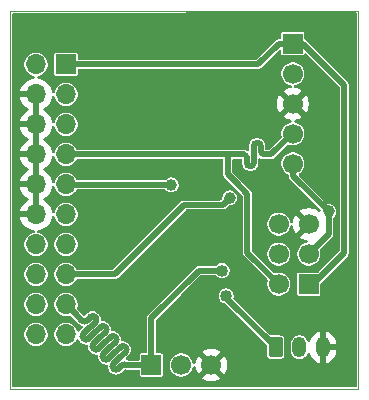
<source format=gbr>
G04 #@! TF.GenerationSoftware,KiCad,Pcbnew,9.0.2*
G04 #@! TF.CreationDate,2025-09-05T09:59:15+02:00*
G04 #@! TF.ProjectId,JtagArm20Adapter,4a746167-4172-46d3-9230-416461707465,rev?*
G04 #@! TF.SameCoordinates,Original*
G04 #@! TF.FileFunction,Copper,L1,Top*
G04 #@! TF.FilePolarity,Positive*
%FSLAX46Y46*%
G04 Gerber Fmt 4.6, Leading zero omitted, Abs format (unit mm)*
G04 Created by KiCad (PCBNEW 9.0.2) date 2025-09-05 09:59:15*
%MOMM*%
%LPD*%
G01*
G04 APERTURE LIST*
G04 Aperture macros list*
%AMRoundRect*
0 Rectangle with rounded corners*
0 $1 Rounding radius*
0 $2 $3 $4 $5 $6 $7 $8 $9 X,Y pos of 4 corners*
0 Add a 4 corners polygon primitive as box body*
4,1,4,$2,$3,$4,$5,$6,$7,$8,$9,$2,$3,0*
0 Add four circle primitives for the rounded corners*
1,1,$1+$1,$2,$3*
1,1,$1+$1,$4,$5*
1,1,$1+$1,$6,$7*
1,1,$1+$1,$8,$9*
0 Add four rect primitives between the rounded corners*
20,1,$1+$1,$2,$3,$4,$5,0*
20,1,$1+$1,$4,$5,$6,$7,0*
20,1,$1+$1,$6,$7,$8,$9,0*
20,1,$1+$1,$8,$9,$2,$3,0*%
G04 Aperture macros list end*
G04 #@! TA.AperFunction,ComponentPad*
%ADD10RoundRect,0.250000X-0.350000X-0.625000X0.350000X-0.625000X0.350000X0.625000X-0.350000X0.625000X0*%
G04 #@! TD*
G04 #@! TA.AperFunction,ComponentPad*
%ADD11O,1.200000X1.750000*%
G04 #@! TD*
G04 #@! TA.AperFunction,ComponentPad*
%ADD12R,1.700000X1.700000*%
G04 #@! TD*
G04 #@! TA.AperFunction,ComponentPad*
%ADD13O,1.700000X1.700000*%
G04 #@! TD*
G04 #@! TA.AperFunction,ComponentPad*
%ADD14C,1.700000*%
G04 #@! TD*
G04 #@! TA.AperFunction,ViaPad*
%ADD15C,1.016000*%
G04 #@! TD*
G04 #@! TA.AperFunction,ViaPad*
%ADD16C,1.000000*%
G04 #@! TD*
G04 #@! TA.AperFunction,Conductor*
%ADD17C,0.500000*%
G04 #@! TD*
G04 #@! TA.AperFunction,Conductor*
%ADD18C,0.508000*%
G04 #@! TD*
G04 #@! TA.AperFunction,Profile*
%ADD19C,0.050000*%
G04 #@! TD*
G04 APERTURE END LIST*
D10*
X160000000Y-106500000D03*
D11*
X162000000Y-106500000D03*
X164000000Y-106500000D03*
D12*
X142240000Y-82550000D03*
D13*
X139700000Y-82550000D03*
X142240000Y-85090000D03*
X139700000Y-85090000D03*
X142240000Y-87630000D03*
X139700000Y-87630000D03*
X142240000Y-90170000D03*
X139700000Y-90170000D03*
X142240000Y-92710000D03*
X139700000Y-92710000D03*
X142240000Y-95250000D03*
X139700000Y-95250000D03*
X142240000Y-97790000D03*
X139700000Y-97790000D03*
X142240000Y-100330000D03*
X139700000Y-100330000D03*
X142240000Y-102870000D03*
X139700000Y-102870000D03*
X142240000Y-105410000D03*
X139700000Y-105410000D03*
D12*
X149460000Y-108000000D03*
D14*
X152000000Y-108000000D03*
X154540000Y-108000000D03*
D12*
X162800000Y-101150000D03*
D14*
X160260000Y-101150000D03*
X162800000Y-98610000D03*
X160260000Y-98610000D03*
X162800000Y-96070000D03*
X160260000Y-96070000D03*
D12*
X161450000Y-80800000D03*
D14*
X161450000Y-83340000D03*
X161450000Y-85880000D03*
X161450000Y-88420000D03*
X161450000Y-90960000D03*
D15*
X155450000Y-100000000D03*
X155800000Y-102150000D03*
D16*
X164500000Y-95000000D03*
X156100000Y-93850000D03*
X151150000Y-92750000D03*
D17*
X155350000Y-90170000D02*
X155950000Y-90170000D01*
D18*
X156600000Y-92500000D02*
X155950000Y-91850000D01*
D17*
X155950000Y-90170000D02*
X157286672Y-90170000D01*
D18*
X156600000Y-92500000D02*
X157600000Y-93500000D01*
X157600000Y-93500000D02*
X157600000Y-98250000D01*
X160260000Y-101150000D02*
X157600000Y-98490000D01*
X157600000Y-98490000D02*
X157600000Y-98250000D01*
X155800000Y-102150000D02*
X155800000Y-102300000D01*
X155800000Y-102300000D02*
X160000000Y-106500000D01*
X146238627Y-107923630D02*
X146586524Y-107575734D01*
X145917596Y-106547596D02*
X146445097Y-106020094D01*
X144323766Y-103898764D02*
X143975869Y-104246660D01*
X146766129Y-107396129D02*
X147293630Y-106868627D01*
X145069063Y-105699063D02*
X145596564Y-105171561D01*
X143551606Y-104181606D02*
X143085000Y-103715000D01*
X144748031Y-103963818D02*
X144682977Y-103898764D01*
X144606617Y-106650830D02*
X144541563Y-106585776D01*
X143085000Y-103715000D02*
X142240000Y-102870000D01*
X146020832Y-105595830D02*
X145493330Y-106123331D01*
X146445097Y-105660884D02*
X146380043Y-105595830D01*
X145390097Y-107075099D02*
X145917597Y-106547596D01*
X147500000Y-108000000D02*
X147370000Y-108000000D01*
X146869365Y-106444363D02*
X146341863Y-106971864D01*
X145596564Y-104812351D02*
X145531510Y-104747297D01*
X145493330Y-106123330D02*
X144965827Y-106650830D01*
X147010788Y-107999999D02*
X146662892Y-108347896D01*
X143616659Y-104246660D02*
X143551606Y-104181606D01*
X144400135Y-104670924D02*
X144748031Y-104323028D01*
X145493330Y-106123331D02*
X145493330Y-106123330D01*
X146303682Y-108347896D02*
X146238628Y-108282842D01*
X144220530Y-104850530D02*
X144400135Y-104670924D01*
X143693031Y-105378033D02*
X144220531Y-104850530D01*
X144644797Y-105274797D02*
X144117294Y-105802297D01*
X144644797Y-105274798D02*
X144644797Y-105274797D01*
X144541564Y-106226566D02*
X145069064Y-105699063D01*
X147293630Y-106509417D02*
X147228576Y-106444363D01*
X145455150Y-107499363D02*
X145390096Y-107434309D01*
X145069064Y-105699063D02*
X145069063Y-105699063D01*
X149460000Y-108000000D02*
X147500000Y-108000000D01*
X143758084Y-105802297D02*
X143693030Y-105737243D01*
X144220531Y-104850530D02*
X144220530Y-104850530D01*
X146341863Y-106971863D02*
X145814360Y-107499363D01*
X146341863Y-106971864D02*
X146341863Y-106971863D01*
X146586524Y-107575734D02*
X146766129Y-107396129D01*
X145917597Y-106547596D02*
X145917596Y-106547596D01*
X145172299Y-104747297D02*
X144644797Y-105274798D01*
X145596564Y-105171561D02*
G75*
G03*
X145596520Y-104812395I-179564J179561D01*
G01*
X144541563Y-106585776D02*
G75*
G02*
X144541592Y-106226594I179637J179576D01*
G01*
X145531510Y-104747297D02*
G75*
G03*
X145172300Y-104747297I-179605J-179602D01*
G01*
X146238628Y-108282842D02*
G75*
G02*
X146238591Y-107923594I179572J179642D01*
G01*
X147293630Y-106868627D02*
G75*
G03*
X147293652Y-106509395I-179630J179627D01*
G01*
X147370000Y-108000000D02*
G75*
G03*
X147010795Y-108000005I-179600J-179600D01*
G01*
X145814360Y-107499363D02*
G75*
G02*
X145455150Y-107499363I-179605J179604D01*
G01*
X146662892Y-108347896D02*
G75*
G02*
X146303682Y-108347896I-179605J179604D01*
G01*
X145390096Y-107434309D02*
G75*
G02*
X145390092Y-107075095I179604J179609D01*
G01*
X144748031Y-104323028D02*
G75*
G03*
X144748054Y-103963795I-179631J179628D01*
G01*
X143975869Y-104246660D02*
G75*
G02*
X143616659Y-104246660I-179605J179604D01*
G01*
X143693030Y-105737243D02*
G75*
G02*
X143692992Y-105377994I179570J179643D01*
G01*
X144965827Y-106650830D02*
G75*
G02*
X144606617Y-106650830I-179605J179604D01*
G01*
X146380043Y-105595830D02*
G75*
G03*
X146020833Y-105595830I-179605J-179602D01*
G01*
X146445097Y-106020094D02*
G75*
G03*
X146445086Y-105660895I-179597J179594D01*
G01*
X144682977Y-103898764D02*
G75*
G03*
X144323767Y-103898764I-179605J-179602D01*
G01*
X147228576Y-106444363D02*
G75*
G03*
X146869366Y-106444363I-179605J-179602D01*
G01*
X144117294Y-105802297D02*
G75*
G02*
X143758084Y-105802297I-179605J179604D01*
G01*
X149460000Y-104040000D02*
X149460000Y-108000000D01*
X153500000Y-100000000D02*
X149460000Y-104040000D01*
X155450000Y-100000000D02*
X153500000Y-100000000D01*
D17*
X152250000Y-94450000D02*
X146370000Y-100330000D01*
X155500000Y-94450000D02*
X152250000Y-94450000D01*
X146370000Y-100330000D02*
X142240000Y-100330000D01*
X156100000Y-93850000D02*
X155500000Y-94450000D01*
D18*
X163150000Y-101150000D02*
X165800000Y-98500000D01*
X162800000Y-101150000D02*
X163150000Y-101150000D01*
D17*
X165800000Y-84282939D02*
X165800000Y-98500000D01*
X161450000Y-80800000D02*
X162317061Y-80800000D01*
X162317061Y-80800000D02*
X165800000Y-84282939D01*
X161380000Y-88420000D02*
X161450000Y-88420000D01*
X159420662Y-90170000D02*
X159630000Y-90170000D01*
X159630000Y-90170000D02*
X161380000Y-88420000D01*
X158486672Y-89170000D02*
G75*
G02*
X158736700Y-89420000I28J-250000D01*
G01*
X158736672Y-89920000D02*
G75*
G03*
X158986672Y-90170028I250028J0D01*
G01*
X157886672Y-91170000D02*
G75*
G03*
X158136700Y-90920000I28J250000D01*
G01*
X157536672Y-90920000D02*
G75*
G03*
X157786672Y-91170028I250028J0D01*
G01*
X157286672Y-90170000D02*
G75*
G02*
X157536700Y-90420000I28J-250000D01*
G01*
X158136672Y-89420000D02*
G75*
G02*
X158386672Y-89169972I250028J0D01*
G01*
X158386672Y-89170000D02*
X158486672Y-89170000D01*
X157786672Y-91170000D02*
X157886672Y-91170000D01*
X158136672Y-89920000D02*
X158136672Y-89420000D01*
X158986672Y-90170000D02*
X159086672Y-90170000D01*
X157536672Y-90420000D02*
X157536672Y-90920000D01*
X158136672Y-90420000D02*
X158136672Y-89920000D01*
X159086672Y-90170000D02*
X159420662Y-90170000D01*
X158736672Y-89420000D02*
X158736672Y-89920000D01*
X158136672Y-90920000D02*
X158136672Y-90420000D01*
X142240000Y-90170000D02*
X155350000Y-90170000D01*
X160250000Y-80800000D02*
X161450000Y-80800000D01*
X142240000Y-82550000D02*
X158500000Y-82550000D01*
X158500000Y-82550000D02*
X160250000Y-80800000D01*
X161500000Y-91010000D02*
X161450000Y-90960000D01*
X161500000Y-92000000D02*
X161500000Y-91010000D01*
X164500000Y-95000000D02*
X161500000Y-92000000D01*
X164500000Y-95000000D02*
X164500000Y-96910000D01*
X164500000Y-96910000D02*
X162800000Y-98610000D01*
X151150000Y-92750000D02*
X142280000Y-92750000D01*
X142280000Y-92750000D02*
X142240000Y-92710000D01*
D18*
X155950000Y-91850000D02*
X155950000Y-90170000D01*
G04 #@! TA.AperFunction,Conductor*
G36*
X139950000Y-94816988D02*
G01*
X139892993Y-94784075D01*
X139765826Y-94750000D01*
X139634174Y-94750000D01*
X139507007Y-94784075D01*
X139450000Y-94816988D01*
X139450000Y-93143012D01*
X139507007Y-93175925D01*
X139634174Y-93210000D01*
X139765826Y-93210000D01*
X139892993Y-93175925D01*
X139950000Y-93143012D01*
X139950000Y-94816988D01*
G37*
G04 #@! TD.AperFunction*
G04 #@! TA.AperFunction,Conductor*
G36*
X139950000Y-92276988D02*
G01*
X139892993Y-92244075D01*
X139765826Y-92210000D01*
X139634174Y-92210000D01*
X139507007Y-92244075D01*
X139450000Y-92276988D01*
X139450000Y-90603012D01*
X139507007Y-90635925D01*
X139634174Y-90670000D01*
X139765826Y-90670000D01*
X139892993Y-90635925D01*
X139950000Y-90603012D01*
X139950000Y-92276988D01*
G37*
G04 #@! TD.AperFunction*
G04 #@! TA.AperFunction,Conductor*
G36*
X139950000Y-89736988D02*
G01*
X139892993Y-89704075D01*
X139765826Y-89670000D01*
X139634174Y-89670000D01*
X139507007Y-89704075D01*
X139450000Y-89736988D01*
X139450000Y-88063012D01*
X139507007Y-88095925D01*
X139634174Y-88130000D01*
X139765826Y-88130000D01*
X139892993Y-88095925D01*
X139950000Y-88063012D01*
X139950000Y-89736988D01*
G37*
G04 #@! TD.AperFunction*
G04 #@! TA.AperFunction,Conductor*
G36*
X139950000Y-87196988D02*
G01*
X139892993Y-87164075D01*
X139765826Y-87130000D01*
X139634174Y-87130000D01*
X139507007Y-87164075D01*
X139450000Y-87196988D01*
X139450000Y-85523012D01*
X139507007Y-85555925D01*
X139634174Y-85590000D01*
X139765826Y-85590000D01*
X139892993Y-85555925D01*
X139950000Y-85523012D01*
X139950000Y-87196988D01*
G37*
G04 #@! TD.AperFunction*
G04 #@! TA.AperFunction,Conductor*
G36*
X166842861Y-78169782D02*
G01*
X166888706Y-78222508D01*
X166900000Y-78274212D01*
X166900000Y-109776000D01*
X166880315Y-109843039D01*
X166827511Y-109888794D01*
X166776000Y-109900000D01*
X137774000Y-109900000D01*
X137706961Y-109880315D01*
X137661206Y-109827511D01*
X137650000Y-109776000D01*
X137650000Y-105313621D01*
X138721500Y-105313621D01*
X138721500Y-105506378D01*
X138759100Y-105695410D01*
X138759103Y-105695419D01*
X138832860Y-105873487D01*
X138832867Y-105873500D01*
X138939948Y-106033757D01*
X138939951Y-106033761D01*
X139076238Y-106170048D01*
X139076242Y-106170051D01*
X139236499Y-106277132D01*
X139236512Y-106277139D01*
X139344509Y-106321872D01*
X139414582Y-106350897D01*
X139414584Y-106350897D01*
X139414589Y-106350899D01*
X139603621Y-106388499D01*
X139603625Y-106388500D01*
X139603626Y-106388500D01*
X139796375Y-106388500D01*
X139796376Y-106388499D01*
X139859388Y-106375965D01*
X139985410Y-106350899D01*
X139985413Y-106350897D01*
X139985418Y-106350897D01*
X140163494Y-106277136D01*
X140323758Y-106170051D01*
X140460051Y-106033758D01*
X140567136Y-105873494D01*
X140640897Y-105695418D01*
X140650235Y-105648475D01*
X140674896Y-105524494D01*
X140678500Y-105506374D01*
X140678500Y-105313626D01*
X140670748Y-105274652D01*
X140640899Y-105124589D01*
X140640896Y-105124580D01*
X140567139Y-104946512D01*
X140567132Y-104946499D01*
X140460051Y-104786242D01*
X140460048Y-104786238D01*
X140323761Y-104649951D01*
X140323757Y-104649948D01*
X140163500Y-104542867D01*
X140163487Y-104542860D01*
X139985419Y-104469103D01*
X139985410Y-104469100D01*
X139796378Y-104431500D01*
X139796374Y-104431500D01*
X139603626Y-104431500D01*
X139603621Y-104431500D01*
X139414589Y-104469100D01*
X139414580Y-104469103D01*
X139236512Y-104542860D01*
X139236499Y-104542867D01*
X139076242Y-104649948D01*
X139076238Y-104649951D01*
X138939951Y-104786238D01*
X138939948Y-104786242D01*
X138832867Y-104946499D01*
X138832860Y-104946512D01*
X138759103Y-105124580D01*
X138759100Y-105124589D01*
X138721500Y-105313621D01*
X137650000Y-105313621D01*
X137650000Y-102773621D01*
X138721500Y-102773621D01*
X138721500Y-102966378D01*
X138759100Y-103155410D01*
X138759103Y-103155419D01*
X138832860Y-103333487D01*
X138832867Y-103333500D01*
X138939948Y-103493757D01*
X138939951Y-103493761D01*
X139076238Y-103630048D01*
X139076242Y-103630051D01*
X139236499Y-103737132D01*
X139236512Y-103737139D01*
X139333587Y-103777348D01*
X139414582Y-103810897D01*
X139414584Y-103810897D01*
X139414589Y-103810899D01*
X139603621Y-103848499D01*
X139603625Y-103848500D01*
X139603626Y-103848500D01*
X139796375Y-103848500D01*
X139796376Y-103848499D01*
X139875002Y-103832860D01*
X139985410Y-103810899D01*
X139985413Y-103810897D01*
X139985418Y-103810897D01*
X140163494Y-103737136D01*
X140323758Y-103630051D01*
X140460051Y-103493758D01*
X140567136Y-103333494D01*
X140640897Y-103155418D01*
X140678500Y-102966374D01*
X140678500Y-102773626D01*
X140678499Y-102773621D01*
X141261500Y-102773621D01*
X141261500Y-102966378D01*
X141299100Y-103155410D01*
X141299103Y-103155419D01*
X141372860Y-103333487D01*
X141372867Y-103333500D01*
X141479948Y-103493757D01*
X141479951Y-103493761D01*
X141616238Y-103630048D01*
X141616242Y-103630051D01*
X141776499Y-103737132D01*
X141776512Y-103737139D01*
X141873587Y-103777348D01*
X141954582Y-103810897D01*
X141954584Y-103810897D01*
X141954589Y-103810899D01*
X142143621Y-103848499D01*
X142143625Y-103848500D01*
X142143626Y-103848500D01*
X142336375Y-103848500D01*
X142336376Y-103848499D01*
X142525418Y-103810897D01*
X142529862Y-103809055D01*
X142599331Y-103801586D01*
X142661811Y-103832860D01*
X142664998Y-103835935D01*
X142778923Y-103949860D01*
X142778924Y-103949861D01*
X143245528Y-104416464D01*
X143381796Y-104552735D01*
X143381800Y-104552737D01*
X143396901Y-104567838D01*
X143518349Y-104644150D01*
X143566661Y-104661055D01*
X143604411Y-104674265D01*
X143661187Y-104714987D01*
X143686934Y-104779940D01*
X143673477Y-104848501D01*
X143651137Y-104878987D01*
X143458915Y-105071209D01*
X143458876Y-105071249D01*
X143422543Y-105107548D01*
X143422523Y-105107528D01*
X143379169Y-105150884D01*
X143377857Y-105152195D01*
X143347538Y-105168732D01*
X143316574Y-105185640D01*
X143316543Y-105185637D01*
X143316518Y-105185652D01*
X143281895Y-105183159D01*
X143246882Y-105180656D01*
X143246858Y-105180638D01*
X143246829Y-105180636D01*
X143218781Y-105159620D01*
X143190948Y-105138785D01*
X143190928Y-105138750D01*
X143190914Y-105138740D01*
X143190898Y-105138697D01*
X143175656Y-105111930D01*
X143145086Y-105038127D01*
X143107139Y-104946511D01*
X143107132Y-104946499D01*
X143000051Y-104786242D01*
X143000048Y-104786238D01*
X142863761Y-104649951D01*
X142863757Y-104649948D01*
X142703500Y-104542867D01*
X142703487Y-104542860D01*
X142525419Y-104469103D01*
X142525410Y-104469100D01*
X142336378Y-104431500D01*
X142336374Y-104431500D01*
X142143626Y-104431500D01*
X142143621Y-104431500D01*
X141954589Y-104469100D01*
X141954580Y-104469103D01*
X141776512Y-104542860D01*
X141776499Y-104542867D01*
X141616242Y-104649948D01*
X141616238Y-104649951D01*
X141479951Y-104786238D01*
X141479948Y-104786242D01*
X141372867Y-104946499D01*
X141372860Y-104946512D01*
X141299103Y-105124580D01*
X141299100Y-105124589D01*
X141261500Y-105313621D01*
X141261500Y-105506378D01*
X141299100Y-105695410D01*
X141299103Y-105695419D01*
X141372860Y-105873487D01*
X141372867Y-105873500D01*
X141479948Y-106033757D01*
X141479951Y-106033761D01*
X141616238Y-106170048D01*
X141616242Y-106170051D01*
X141776499Y-106277132D01*
X141776512Y-106277139D01*
X141884509Y-106321872D01*
X141954582Y-106350897D01*
X141954584Y-106350897D01*
X141954589Y-106350899D01*
X142143621Y-106388499D01*
X142143625Y-106388500D01*
X142143626Y-106388500D01*
X142336375Y-106388500D01*
X142336376Y-106388499D01*
X142399388Y-106375965D01*
X142525410Y-106350899D01*
X142525413Y-106350897D01*
X142525418Y-106350897D01*
X142703494Y-106277136D01*
X142863758Y-106170051D01*
X143000051Y-106033758D01*
X143072870Y-105924776D01*
X143110210Y-105868894D01*
X143132389Y-105850357D01*
X143152582Y-105829674D01*
X143158871Y-105828226D01*
X143163822Y-105824089D01*
X143192502Y-105820486D01*
X143220672Y-105814004D01*
X143226744Y-105816186D01*
X143233147Y-105815382D01*
X143259225Y-105827858D01*
X143286425Y-105837633D01*
X143291881Y-105843481D01*
X143296175Y-105845536D01*
X143311679Y-105862288D01*
X143315213Y-105866893D01*
X143371890Y-105957058D01*
X143419947Y-106005097D01*
X143425703Y-106010853D01*
X143538322Y-106123472D01*
X143538326Y-106123475D01*
X143659774Y-106199787D01*
X143722970Y-106221900D01*
X143795150Y-106247158D01*
X143795156Y-106247159D01*
X143795158Y-106247160D01*
X143795159Y-106247160D01*
X143795163Y-106247161D01*
X143866423Y-106255189D01*
X143937689Y-106263219D01*
X143944305Y-106262473D01*
X144013124Y-106274525D01*
X144064506Y-106321872D01*
X144082133Y-106389481D01*
X144081411Y-106399577D01*
X144080671Y-106406144D01*
X144080671Y-106406147D01*
X144096714Y-106548662D01*
X144096715Y-106548664D01*
X144144066Y-106684038D01*
X144220352Y-106805486D01*
X144220355Y-106805489D01*
X144229614Y-106814751D01*
X144229613Y-106814751D01*
X144235473Y-106820612D01*
X144235487Y-106820637D01*
X144273919Y-106859069D01*
X144273921Y-106859072D01*
X144273922Y-106859072D01*
X144299569Y-106884728D01*
X144316274Y-106901438D01*
X144316376Y-106901526D01*
X144386855Y-106972005D01*
X144386859Y-106972008D01*
X144508307Y-107048320D01*
X144571503Y-107070433D01*
X144643683Y-107095691D01*
X144643689Y-107095692D01*
X144643691Y-107095693D01*
X144643692Y-107095693D01*
X144643696Y-107095694D01*
X144786218Y-107111752D01*
X144786222Y-107111752D01*
X144786223Y-107111752D01*
X144792808Y-107111010D01*
X144861630Y-107123064D01*
X144913010Y-107170412D01*
X144930635Y-107238023D01*
X144929914Y-107248108D01*
X144929171Y-107254705D01*
X144929171Y-107254707D01*
X144945232Y-107397238D01*
X144992607Y-107532622D01*
X145068916Y-107654065D01*
X145068919Y-107654068D01*
X145068920Y-107654070D01*
X145084019Y-107669168D01*
X145084020Y-107669170D01*
X145220289Y-107805439D01*
X145220290Y-107805439D01*
X145235392Y-107820541D01*
X145356840Y-107896853D01*
X145420036Y-107918966D01*
X145492216Y-107944224D01*
X145492222Y-107944225D01*
X145492224Y-107944226D01*
X145492225Y-107944226D01*
X145492229Y-107944227D01*
X145574044Y-107953444D01*
X145634755Y-107960285D01*
X145641307Y-107959546D01*
X145710126Y-107971597D01*
X145761508Y-108018944D01*
X145779136Y-108086553D01*
X145778416Y-108096637D01*
X145777670Y-108103265D01*
X145793748Y-108245811D01*
X145793749Y-108245814D01*
X145841143Y-108381200D01*
X145841146Y-108381208D01*
X145917481Y-108502648D01*
X145917484Y-108502652D01*
X145917486Y-108502655D01*
X145965543Y-108550694D01*
X146068821Y-108653972D01*
X146068822Y-108653972D01*
X146083924Y-108669074D01*
X146205372Y-108745386D01*
X146268568Y-108767499D01*
X146340748Y-108792757D01*
X146340754Y-108792758D01*
X146340756Y-108792759D01*
X146340757Y-108792759D01*
X146340761Y-108792760D01*
X146483283Y-108808818D01*
X146483287Y-108808818D01*
X146483291Y-108808818D01*
X146625812Y-108792760D01*
X146625814Y-108792759D01*
X146625818Y-108792759D01*
X146625821Y-108792757D01*
X146625825Y-108792757D01*
X146761199Y-108745387D01*
X146761198Y-108745387D01*
X146761202Y-108745386D01*
X146882650Y-108669074D01*
X146882656Y-108669068D01*
X146897752Y-108653972D01*
X146897753Y-108653972D01*
X147149873Y-108401849D01*
X147157819Y-108397510D01*
X147163246Y-108390262D01*
X147188002Y-108381029D01*
X147211194Y-108368366D01*
X147221958Y-108368366D01*
X147228711Y-108365848D01*
X147263914Y-108368366D01*
X147266618Y-108368955D01*
X147276890Y-108371190D01*
X147282621Y-108372580D01*
X147295444Y-108376015D01*
X147319643Y-108382500D01*
X147319650Y-108382500D01*
X147327702Y-108383561D01*
X147327670Y-108383802D01*
X147341900Y-108385332D01*
X147342432Y-108385448D01*
X147379235Y-108382815D01*
X147388081Y-108382500D01*
X147449643Y-108382500D01*
X148357500Y-108382500D01*
X148424539Y-108402185D01*
X148470294Y-108454989D01*
X148481500Y-108506500D01*
X148481500Y-108862658D01*
X148488954Y-108900135D01*
X148488955Y-108900136D01*
X148488955Y-108900137D01*
X148488956Y-108900138D01*
X148517357Y-108942643D01*
X148559862Y-108971044D01*
X148559863Y-108971044D01*
X148559864Y-108971045D01*
X148597341Y-108978499D01*
X148597345Y-108978500D01*
X148597346Y-108978500D01*
X150322655Y-108978500D01*
X150322656Y-108978499D01*
X150335262Y-108975992D01*
X150360135Y-108971045D01*
X150360135Y-108971044D01*
X150360138Y-108971044D01*
X150402643Y-108942643D01*
X150431044Y-108900138D01*
X150438500Y-108862654D01*
X150438500Y-107903621D01*
X151021500Y-107903621D01*
X151021500Y-108096378D01*
X151059100Y-108285410D01*
X151059103Y-108285419D01*
X151132860Y-108463487D01*
X151132867Y-108463500D01*
X151239948Y-108623757D01*
X151239951Y-108623761D01*
X151376238Y-108760048D01*
X151376242Y-108760051D01*
X151536499Y-108867132D01*
X151536512Y-108867139D01*
X151616180Y-108900138D01*
X151714582Y-108940897D01*
X151714584Y-108940897D01*
X151714589Y-108940899D01*
X151903621Y-108978499D01*
X151903625Y-108978500D01*
X151903626Y-108978500D01*
X152096375Y-108978500D01*
X152096376Y-108978499D01*
X152144416Y-108968943D01*
X152257785Y-108946394D01*
X152285410Y-108940899D01*
X152285413Y-108940897D01*
X152285418Y-108940897D01*
X152463494Y-108867136D01*
X152623758Y-108760051D01*
X152760051Y-108623758D01*
X152867136Y-108463494D01*
X152940897Y-108285418D01*
X152948776Y-108245811D01*
X152959909Y-108189839D01*
X152992293Y-108127928D01*
X153053009Y-108093354D01*
X153122779Y-108097093D01*
X153179451Y-108137959D01*
X153203999Y-108194632D01*
X153223242Y-108316127D01*
X153223242Y-108316130D01*
X153288904Y-108518217D01*
X153385375Y-108707550D01*
X153424728Y-108761716D01*
X154057037Y-108129408D01*
X154074075Y-108192993D01*
X154139901Y-108307007D01*
X154232993Y-108400099D01*
X154347007Y-108465925D01*
X154410590Y-108482962D01*
X153778282Y-109115269D01*
X153778282Y-109115270D01*
X153832449Y-109154624D01*
X154021782Y-109251095D01*
X154223870Y-109316757D01*
X154433754Y-109350000D01*
X154646246Y-109350000D01*
X154856127Y-109316757D01*
X154856130Y-109316757D01*
X155058217Y-109251095D01*
X155247554Y-109154622D01*
X155301716Y-109115270D01*
X155301717Y-109115270D01*
X154669408Y-108482962D01*
X154732993Y-108465925D01*
X154847007Y-108400099D01*
X154940099Y-108307007D01*
X155005925Y-108192993D01*
X155022962Y-108129408D01*
X155655270Y-108761717D01*
X155655270Y-108761716D01*
X155694622Y-108707554D01*
X155791095Y-108518217D01*
X155856757Y-108316130D01*
X155856757Y-108316127D01*
X155890000Y-108106246D01*
X155890000Y-107893753D01*
X155856757Y-107683872D01*
X155856757Y-107683869D01*
X155791095Y-107481782D01*
X155694624Y-107292449D01*
X155655270Y-107238282D01*
X155655269Y-107238282D01*
X155022962Y-107870590D01*
X155005925Y-107807007D01*
X154940099Y-107692993D01*
X154847007Y-107599901D01*
X154732993Y-107534075D01*
X154669409Y-107517037D01*
X155301716Y-106884728D01*
X155247550Y-106845375D01*
X155058217Y-106748904D01*
X154856129Y-106683242D01*
X154646246Y-106650000D01*
X154433754Y-106650000D01*
X154223872Y-106683242D01*
X154223869Y-106683242D01*
X154021782Y-106748904D01*
X153832439Y-106845380D01*
X153778282Y-106884727D01*
X153778282Y-106884728D01*
X154410591Y-107517037D01*
X154347007Y-107534075D01*
X154232993Y-107599901D01*
X154139901Y-107692993D01*
X154074075Y-107807007D01*
X154057037Y-107870591D01*
X153424728Y-107238282D01*
X153424727Y-107238282D01*
X153385380Y-107292439D01*
X153288904Y-107481782D01*
X153223242Y-107683869D01*
X153223242Y-107683872D01*
X153203999Y-107805367D01*
X153174070Y-107868502D01*
X153114758Y-107905433D01*
X153044896Y-107904435D01*
X152986663Y-107865825D01*
X152959909Y-107810160D01*
X152940899Y-107714589D01*
X152940896Y-107714580D01*
X152867139Y-107536512D01*
X152867132Y-107536499D01*
X152760051Y-107376242D01*
X152760048Y-107376238D01*
X152623761Y-107239951D01*
X152623757Y-107239948D01*
X152463500Y-107132867D01*
X152463487Y-107132860D01*
X152285419Y-107059103D01*
X152285410Y-107059100D01*
X152257775Y-107053604D01*
X152096378Y-107021500D01*
X152096374Y-107021500D01*
X151903626Y-107021500D01*
X151903621Y-107021500D01*
X151714589Y-107059100D01*
X151714580Y-107059103D01*
X151536512Y-107132860D01*
X151536499Y-107132867D01*
X151376242Y-107239948D01*
X151376238Y-107239951D01*
X151239951Y-107376238D01*
X151239948Y-107376242D01*
X151132867Y-107536499D01*
X151132860Y-107536512D01*
X151059103Y-107714580D01*
X151059100Y-107714589D01*
X151021500Y-107903621D01*
X150438500Y-107903621D01*
X150438500Y-107137346D01*
X150437609Y-107132867D01*
X150431045Y-107099864D01*
X150431044Y-107099863D01*
X150431044Y-107099862D01*
X150402643Y-107057357D01*
X150360138Y-107028956D01*
X150360137Y-107028955D01*
X150360136Y-107028955D01*
X150360135Y-107028954D01*
X150322658Y-107021500D01*
X150322654Y-107021500D01*
X149966500Y-107021500D01*
X149899461Y-107001815D01*
X149853706Y-106949011D01*
X149842500Y-106897500D01*
X149842500Y-104249798D01*
X149862185Y-104182759D01*
X149878819Y-104162117D01*
X151953631Y-102087305D01*
X155163500Y-102087305D01*
X155163500Y-102212694D01*
X155187958Y-102335652D01*
X155187960Y-102335660D01*
X155235939Y-102451493D01*
X155235944Y-102451502D01*
X155305597Y-102555744D01*
X155305600Y-102555748D01*
X155394251Y-102644399D01*
X155394255Y-102644402D01*
X155498497Y-102714055D01*
X155498503Y-102714058D01*
X155498504Y-102714059D01*
X155614340Y-102762040D01*
X155710721Y-102781211D01*
X155772631Y-102813595D01*
X155774210Y-102815147D01*
X159235181Y-106276118D01*
X159268666Y-106337441D01*
X159271500Y-106363799D01*
X159271500Y-107160921D01*
X159282219Y-107234493D01*
X159337700Y-107347981D01*
X159427021Y-107437302D01*
X159505164Y-107475503D01*
X159540507Y-107492781D01*
X159614077Y-107503500D01*
X160385922Y-107503499D01*
X160459493Y-107492781D01*
X160572979Y-107437301D01*
X160662301Y-107347979D01*
X160662302Y-107347978D01*
X160711125Y-107248108D01*
X160717781Y-107234493D01*
X160728500Y-107160923D01*
X160728499Y-106153244D01*
X161271500Y-106153244D01*
X161271500Y-106846755D01*
X161299494Y-106987488D01*
X161299496Y-106987496D01*
X161354412Y-107120075D01*
X161434135Y-107239390D01*
X161434141Y-107239397D01*
X161535602Y-107340858D01*
X161535609Y-107340864D01*
X161654924Y-107420587D01*
X161654925Y-107420587D01*
X161654926Y-107420588D01*
X161787504Y-107475504D01*
X161928244Y-107503499D01*
X161928247Y-107503500D01*
X161928249Y-107503500D01*
X162071753Y-107503500D01*
X162071754Y-107503499D01*
X162212496Y-107475504D01*
X162345074Y-107420588D01*
X162464392Y-107340863D01*
X162565863Y-107239392D01*
X162645588Y-107120074D01*
X162649343Y-107111010D01*
X162683331Y-107028954D01*
X162691049Y-107010321D01*
X162734890Y-106955918D01*
X162801184Y-106933853D01*
X162868883Y-106951132D01*
X162916494Y-107002269D01*
X162926185Y-107028833D01*
X162927084Y-107032579D01*
X162980591Y-107197257D01*
X163059195Y-107351524D01*
X163160967Y-107491602D01*
X163283397Y-107614032D01*
X163423475Y-107715804D01*
X163577744Y-107794408D01*
X163742415Y-107847914D01*
X163742414Y-107847914D01*
X163749999Y-107849115D01*
X163750000Y-107849114D01*
X163750000Y-106780330D01*
X163769745Y-106800075D01*
X163855255Y-106849444D01*
X163950630Y-106875000D01*
X164049370Y-106875000D01*
X164144745Y-106849444D01*
X164230255Y-106800075D01*
X164250000Y-106780330D01*
X164250000Y-107849115D01*
X164257584Y-107847914D01*
X164422255Y-107794408D01*
X164576524Y-107715804D01*
X164716602Y-107614032D01*
X164839032Y-107491602D01*
X164940804Y-107351524D01*
X165019408Y-107197257D01*
X165072914Y-107032584D01*
X165100000Y-106861571D01*
X165100000Y-106750000D01*
X164280330Y-106750000D01*
X164300075Y-106730255D01*
X164349444Y-106644745D01*
X164375000Y-106549370D01*
X164375000Y-106450630D01*
X164349444Y-106355255D01*
X164300075Y-106269745D01*
X164280330Y-106250000D01*
X165100000Y-106250000D01*
X165100000Y-106138428D01*
X165072914Y-105967415D01*
X165019408Y-105802742D01*
X164940804Y-105648475D01*
X164839032Y-105508397D01*
X164716602Y-105385967D01*
X164576524Y-105284195D01*
X164422257Y-105205591D01*
X164257589Y-105152087D01*
X164257581Y-105152085D01*
X164250000Y-105150884D01*
X164250000Y-106219670D01*
X164230255Y-106199925D01*
X164144745Y-106150556D01*
X164049370Y-106125000D01*
X163950630Y-106125000D01*
X163855255Y-106150556D01*
X163769745Y-106199925D01*
X163750000Y-106219670D01*
X163750000Y-105150884D01*
X163749999Y-105150884D01*
X163742418Y-105152085D01*
X163742410Y-105152087D01*
X163577742Y-105205591D01*
X163423475Y-105284195D01*
X163283397Y-105385967D01*
X163160967Y-105508397D01*
X163059195Y-105648475D01*
X162980591Y-105802742D01*
X162927086Y-105967413D01*
X162926185Y-105971169D01*
X162891395Y-106031762D01*
X162829370Y-106063927D01*
X162759801Y-106057453D01*
X162704776Y-106014395D01*
X162691049Y-105989678D01*
X162645588Y-105879926D01*
X162641294Y-105873500D01*
X162565864Y-105760609D01*
X162565858Y-105760602D01*
X162464397Y-105659141D01*
X162464390Y-105659135D01*
X162345075Y-105579412D01*
X162212496Y-105524496D01*
X162212488Y-105524494D01*
X162071754Y-105496500D01*
X162071751Y-105496500D01*
X161928249Y-105496500D01*
X161928246Y-105496500D01*
X161787511Y-105524494D01*
X161787503Y-105524496D01*
X161654924Y-105579412D01*
X161535609Y-105659135D01*
X161535602Y-105659141D01*
X161434141Y-105760602D01*
X161434135Y-105760609D01*
X161354412Y-105879924D01*
X161299496Y-106012503D01*
X161299494Y-106012511D01*
X161271500Y-106153244D01*
X160728499Y-106153244D01*
X160728499Y-105839078D01*
X160717781Y-105765507D01*
X160662301Y-105652021D01*
X160662299Y-105652019D01*
X160662299Y-105652018D01*
X160572978Y-105562697D01*
X160459496Y-105507220D01*
X160459494Y-105507219D01*
X160459493Y-105507219D01*
X160385923Y-105496500D01*
X160385917Y-105496500D01*
X159614076Y-105496500D01*
X159608741Y-105497278D01*
X159539565Y-105487460D01*
X159503190Y-105462253D01*
X156453026Y-102412089D01*
X156419541Y-102350766D01*
X156419090Y-102300216D01*
X156429826Y-102246242D01*
X156436500Y-102212690D01*
X156436500Y-102087310D01*
X156412040Y-101964340D01*
X156364059Y-101848504D01*
X156364058Y-101848503D01*
X156364055Y-101848497D01*
X156294402Y-101744255D01*
X156294399Y-101744251D01*
X156205748Y-101655600D01*
X156205744Y-101655597D01*
X156101502Y-101585944D01*
X156101493Y-101585939D01*
X155985660Y-101537960D01*
X155985652Y-101537958D01*
X155862694Y-101513500D01*
X155862690Y-101513500D01*
X155737310Y-101513500D01*
X155737305Y-101513500D01*
X155614347Y-101537958D01*
X155614339Y-101537960D01*
X155498506Y-101585939D01*
X155498497Y-101585944D01*
X155394255Y-101655597D01*
X155394251Y-101655600D01*
X155305600Y-101744251D01*
X155305597Y-101744255D01*
X155235944Y-101848497D01*
X155235939Y-101848506D01*
X155187960Y-101964339D01*
X155187958Y-101964347D01*
X155163500Y-102087305D01*
X151953631Y-102087305D01*
X153622117Y-100418819D01*
X153683440Y-100385334D01*
X153709798Y-100382500D01*
X154880990Y-100382500D01*
X154948029Y-100402185D01*
X154968671Y-100418819D01*
X155044251Y-100494399D01*
X155044255Y-100494402D01*
X155148497Y-100564055D01*
X155148503Y-100564058D01*
X155148504Y-100564059D01*
X155264340Y-100612040D01*
X155369076Y-100632873D01*
X155387305Y-100636499D01*
X155387309Y-100636500D01*
X155387310Y-100636500D01*
X155512691Y-100636500D01*
X155512692Y-100636499D01*
X155635660Y-100612040D01*
X155751496Y-100564059D01*
X155855745Y-100494402D01*
X155944402Y-100405745D01*
X156014059Y-100301496D01*
X156062040Y-100185660D01*
X156086500Y-100062690D01*
X156086500Y-99937310D01*
X156062040Y-99814340D01*
X156014059Y-99698504D01*
X156014058Y-99698503D01*
X156014055Y-99698497D01*
X155944402Y-99594255D01*
X155944399Y-99594251D01*
X155855748Y-99505600D01*
X155855744Y-99505597D01*
X155751502Y-99435944D01*
X155751493Y-99435939D01*
X155635660Y-99387960D01*
X155635652Y-99387958D01*
X155512694Y-99363500D01*
X155512690Y-99363500D01*
X155387310Y-99363500D01*
X155387305Y-99363500D01*
X155264347Y-99387958D01*
X155264339Y-99387960D01*
X155148506Y-99435939D01*
X155148497Y-99435944D01*
X155044255Y-99505597D01*
X155044251Y-99505600D01*
X154968671Y-99581181D01*
X154907348Y-99614666D01*
X154880990Y-99617500D01*
X153557969Y-99617500D01*
X153557953Y-99617499D01*
X153550357Y-99617499D01*
X153449643Y-99617499D01*
X153391273Y-99633139D01*
X153352358Y-99643566D01*
X153352357Y-99643567D01*
X153265139Y-99693923D01*
X153190797Y-99768265D01*
X149153924Y-103805137D01*
X149153922Y-103805139D01*
X149137918Y-103832860D01*
X149108051Y-103884592D01*
X149107627Y-103885327D01*
X149103565Y-103892361D01*
X149077499Y-103989643D01*
X149077499Y-104100346D01*
X149077500Y-104100359D01*
X149077500Y-106897500D01*
X149057815Y-106964539D01*
X149005011Y-107010294D01*
X148953500Y-107021500D01*
X148597341Y-107021500D01*
X148559864Y-107028954D01*
X148559863Y-107028955D01*
X148517357Y-107057357D01*
X148488955Y-107099863D01*
X148488954Y-107099864D01*
X148481500Y-107137341D01*
X148481500Y-107493500D01*
X148461815Y-107560539D01*
X148409011Y-107606294D01*
X148357500Y-107617500D01*
X147527759Y-107617500D01*
X147522659Y-107616598D01*
X147519791Y-107617244D01*
X147506322Y-107613710D01*
X147485251Y-107609986D01*
X147473258Y-107605609D01*
X147468311Y-107602501D01*
X147381531Y-107572136D01*
X147380699Y-107571833D01*
X147353227Y-107551570D01*
X147325477Y-107531667D01*
X147325160Y-107530869D01*
X147324470Y-107530360D01*
X147312318Y-107498472D01*
X147299729Y-107466715D01*
X147299894Y-107465871D01*
X147299589Y-107465070D01*
X147306617Y-107431621D01*
X147313185Y-107398153D01*
X147313836Y-107397264D01*
X147313956Y-107396694D01*
X147315117Y-107395516D01*
X147335519Y-107367673D01*
X147599707Y-107103487D01*
X147599709Y-107103482D01*
X147605500Y-107097692D01*
X147605803Y-107097344D01*
X147614785Y-107088364D01*
X147652115Y-107028956D01*
X147691090Y-106966931D01*
X147697361Y-106949011D01*
X147738464Y-106831557D01*
X147754529Y-106689039D01*
X147738481Y-106546520D01*
X147738480Y-106546517D01*
X147738479Y-106546512D01*
X147704938Y-106450630D01*
X147691125Y-106411143D01*
X147687985Y-106406144D01*
X147614835Y-106289697D01*
X147605680Y-106280541D01*
X147605679Y-106280540D01*
X147599718Y-106274578D01*
X147599706Y-106274556D01*
X147564134Y-106238984D01*
X147525251Y-106200092D01*
X147525249Y-106200091D01*
X147519088Y-106193928D01*
X147519011Y-106193861D01*
X147448334Y-106123184D01*
X147412417Y-106100616D01*
X147326887Y-106046873D01*
X147228665Y-106012503D01*
X147191503Y-105999499D01*
X147191494Y-105999497D01*
X147048973Y-105983440D01*
X147048971Y-105983440D01*
X147048970Y-105983440D01*
X147042386Y-105984181D01*
X146973565Y-105972126D01*
X146922186Y-105924776D01*
X146904563Y-105857165D01*
X146905282Y-105847107D01*
X146906029Y-105840480D01*
X146889964Y-105697946D01*
X146842585Y-105562560D01*
X146842583Y-105562557D01*
X146842581Y-105562552D01*
X146766267Y-105441114D01*
X146766267Y-105441113D01*
X146766266Y-105441112D01*
X146730749Y-105405599D01*
X146614904Y-105289754D01*
X146599802Y-105274652D01*
X146599801Y-105274651D01*
X146563884Y-105252083D01*
X146478354Y-105198340D01*
X146461495Y-105192440D01*
X146342970Y-105150966D01*
X146342961Y-105150964D01*
X146200440Y-105134907D01*
X146200434Y-105134907D01*
X146193882Y-105135645D01*
X146125061Y-105123587D01*
X146073684Y-105076236D01*
X146056062Y-105008625D01*
X146056783Y-104998549D01*
X146057529Y-104991922D01*
X146044788Y-104878987D01*
X146041448Y-104849376D01*
X146041448Y-104849375D01*
X146017139Y-104779940D01*
X145994045Y-104713977D01*
X145987927Y-104704245D01*
X145917701Y-104592531D01*
X145917698Y-104592526D01*
X145869173Y-104544023D01*
X145766371Y-104441221D01*
X145751269Y-104426119D01*
X145751268Y-104426118D01*
X145715351Y-104403550D01*
X145629821Y-104349807D01*
X145612962Y-104343907D01*
X145494437Y-104302433D01*
X145494428Y-104302431D01*
X145351907Y-104286374D01*
X145351900Y-104286374D01*
X145345285Y-104287119D01*
X145276464Y-104275061D01*
X145225087Y-104227709D01*
X145207466Y-104160098D01*
X145208189Y-104150001D01*
X145208929Y-104143441D01*
X145192882Y-104000922D01*
X145192880Y-104000918D01*
X145192880Y-104000914D01*
X145145526Y-103865546D01*
X145145525Y-103865544D01*
X145111197Y-103810898D01*
X145069236Y-103744100D01*
X145060080Y-103734941D01*
X145054119Y-103728979D01*
X145054107Y-103728957D01*
X145015001Y-103689851D01*
X144979654Y-103654494D01*
X144979652Y-103654493D01*
X144973753Y-103648592D01*
X144973665Y-103648515D01*
X144902735Y-103577585D01*
X144866818Y-103555017D01*
X144781288Y-103501274D01*
X144759806Y-103493757D01*
X144645904Y-103453900D01*
X144645895Y-103453898D01*
X144503374Y-103437841D01*
X144503368Y-103437841D01*
X144360842Y-103453899D01*
X144225457Y-103501274D01*
X144104004Y-103577587D01*
X144061095Y-103620498D01*
X144061093Y-103620500D01*
X143883943Y-103797647D01*
X143822620Y-103831131D01*
X143752928Y-103826146D01*
X143708582Y-103797646D01*
X143540987Y-103630051D01*
X143319861Y-103408924D01*
X143205935Y-103294998D01*
X143172450Y-103233675D01*
X143177434Y-103163983D01*
X143179056Y-103159862D01*
X143180897Y-103155418D01*
X143218500Y-102966374D01*
X143218500Y-102773626D01*
X143206652Y-102714060D01*
X143180899Y-102584589D01*
X143180896Y-102584580D01*
X143107139Y-102406512D01*
X143107132Y-102406499D01*
X143000051Y-102246242D01*
X143000048Y-102246238D01*
X142863761Y-102109951D01*
X142863757Y-102109948D01*
X142703500Y-102002867D01*
X142703487Y-102002860D01*
X142525419Y-101929103D01*
X142525410Y-101929100D01*
X142336378Y-101891500D01*
X142336374Y-101891500D01*
X142143626Y-101891500D01*
X142143621Y-101891500D01*
X141954589Y-101929100D01*
X141954580Y-101929103D01*
X141776512Y-102002860D01*
X141776499Y-102002867D01*
X141616242Y-102109948D01*
X141616238Y-102109951D01*
X141479951Y-102246238D01*
X141479948Y-102246242D01*
X141372867Y-102406499D01*
X141372860Y-102406512D01*
X141299103Y-102584580D01*
X141299100Y-102584589D01*
X141261500Y-102773621D01*
X140678499Y-102773621D01*
X140666652Y-102714060D01*
X140640899Y-102584589D01*
X140640896Y-102584580D01*
X140567139Y-102406512D01*
X140567132Y-102406499D01*
X140460051Y-102246242D01*
X140460048Y-102246238D01*
X140323761Y-102109951D01*
X140323757Y-102109948D01*
X140163500Y-102002867D01*
X140163487Y-102002860D01*
X139985419Y-101929103D01*
X139985410Y-101929100D01*
X139796378Y-101891500D01*
X139796374Y-101891500D01*
X139603626Y-101891500D01*
X139603621Y-101891500D01*
X139414589Y-101929100D01*
X139414580Y-101929103D01*
X139236512Y-102002860D01*
X139236499Y-102002867D01*
X139076242Y-102109948D01*
X139076238Y-102109951D01*
X138939951Y-102246238D01*
X138939948Y-102246242D01*
X138832867Y-102406499D01*
X138832860Y-102406512D01*
X138759103Y-102584580D01*
X138759100Y-102584589D01*
X138721500Y-102773621D01*
X137650000Y-102773621D01*
X137650000Y-100233621D01*
X138721500Y-100233621D01*
X138721500Y-100426378D01*
X138759100Y-100615410D01*
X138759103Y-100615419D01*
X138832860Y-100793487D01*
X138832867Y-100793500D01*
X138939948Y-100953757D01*
X138939951Y-100953761D01*
X139076238Y-101090048D01*
X139076242Y-101090051D01*
X139236499Y-101197132D01*
X139236512Y-101197139D01*
X139370063Y-101252456D01*
X139414582Y-101270897D01*
X139414584Y-101270897D01*
X139414589Y-101270899D01*
X139603621Y-101308499D01*
X139603625Y-101308500D01*
X139603626Y-101308500D01*
X139796375Y-101308500D01*
X139796376Y-101308499D01*
X139859388Y-101295965D01*
X139985410Y-101270899D01*
X139985413Y-101270897D01*
X139985418Y-101270897D01*
X140163494Y-101197136D01*
X140323758Y-101090051D01*
X140460051Y-100953758D01*
X140567136Y-100793494D01*
X140640897Y-100615418D01*
X140641570Y-100612039D01*
X140678499Y-100426378D01*
X140678500Y-100426375D01*
X140678500Y-100233625D01*
X140678499Y-100233621D01*
X141261500Y-100233621D01*
X141261500Y-100426378D01*
X141299100Y-100615410D01*
X141299103Y-100615419D01*
X141372860Y-100793487D01*
X141372867Y-100793500D01*
X141479948Y-100953757D01*
X141479951Y-100953761D01*
X141616238Y-101090048D01*
X141616242Y-101090051D01*
X141776499Y-101197132D01*
X141776512Y-101197139D01*
X141910063Y-101252456D01*
X141954582Y-101270897D01*
X141954584Y-101270897D01*
X141954589Y-101270899D01*
X142143621Y-101308499D01*
X142143625Y-101308500D01*
X142143626Y-101308500D01*
X142336375Y-101308500D01*
X142336376Y-101308499D01*
X142399388Y-101295965D01*
X142525410Y-101270899D01*
X142525413Y-101270897D01*
X142525418Y-101270897D01*
X142703494Y-101197136D01*
X142863758Y-101090051D01*
X143000051Y-100953758D01*
X143107136Y-100793494D01*
X143110636Y-100785045D01*
X143154478Y-100730642D01*
X143220773Y-100708579D01*
X143225196Y-100708500D01*
X146419828Y-100708500D01*
X146419830Y-100708500D01*
X146516096Y-100682706D01*
X146537673Y-100670248D01*
X146559248Y-100657792D01*
X146559250Y-100657790D01*
X146602405Y-100632875D01*
X152370461Y-94864819D01*
X152431784Y-94831334D01*
X152458142Y-94828500D01*
X155549828Y-94828500D01*
X155549830Y-94828500D01*
X155646096Y-94802706D01*
X155706909Y-94767595D01*
X155732405Y-94752875D01*
X155970460Y-94514818D01*
X156031783Y-94481334D01*
X156058141Y-94478500D01*
X156161904Y-94478500D01*
X156161905Y-94478499D01*
X156283327Y-94454347D01*
X156397706Y-94406969D01*
X156500645Y-94338188D01*
X156588188Y-94250645D01*
X156656969Y-94147706D01*
X156704347Y-94033327D01*
X156728500Y-93911902D01*
X156728500Y-93788098D01*
X156728500Y-93788095D01*
X156728499Y-93788093D01*
X156718878Y-93739727D01*
X156704347Y-93666673D01*
X156656969Y-93552294D01*
X156588188Y-93449355D01*
X156588186Y-93449352D01*
X156500647Y-93361813D01*
X156397705Y-93293030D01*
X156283327Y-93245653D01*
X156283319Y-93245651D01*
X156161905Y-93221500D01*
X156161902Y-93221500D01*
X156038098Y-93221500D01*
X156038095Y-93221500D01*
X155916680Y-93245651D01*
X155916672Y-93245653D01*
X155802294Y-93293030D01*
X155699352Y-93361813D01*
X155611813Y-93449352D01*
X155543030Y-93552294D01*
X155495653Y-93666672D01*
X155495651Y-93666680D01*
X155471500Y-93788093D01*
X155471500Y-93891856D01*
X155462856Y-93921292D01*
X155456333Y-93951282D01*
X155452577Y-93956298D01*
X155451815Y-93958895D01*
X155435182Y-93979536D01*
X155379539Y-94035180D01*
X155318216Y-94068666D01*
X155291857Y-94071500D01*
X152200170Y-94071500D01*
X152103904Y-94097294D01*
X152103901Y-94097295D01*
X152060750Y-94122208D01*
X152060750Y-94122209D01*
X152017595Y-94147125D01*
X152017592Y-94147127D01*
X146249539Y-99915181D01*
X146188216Y-99948666D01*
X146161858Y-99951500D01*
X143225196Y-99951500D01*
X143158157Y-99931815D01*
X143112402Y-99879011D01*
X143110636Y-99874955D01*
X143107138Y-99866512D01*
X143107136Y-99866506D01*
X143107131Y-99866499D01*
X143000051Y-99706241D01*
X142863761Y-99569951D01*
X142863757Y-99569948D01*
X142703500Y-99462867D01*
X142703487Y-99462860D01*
X142525419Y-99389103D01*
X142525410Y-99389100D01*
X142336378Y-99351500D01*
X142336374Y-99351500D01*
X142143626Y-99351500D01*
X142143621Y-99351500D01*
X141954589Y-99389100D01*
X141954580Y-99389103D01*
X141776512Y-99462860D01*
X141776499Y-99462867D01*
X141616242Y-99569948D01*
X141616238Y-99569951D01*
X141479951Y-99706238D01*
X141479948Y-99706242D01*
X141372867Y-99866499D01*
X141372860Y-99866512D01*
X141299103Y-100044580D01*
X141299100Y-100044589D01*
X141261500Y-100233621D01*
X140678499Y-100233621D01*
X140640899Y-100044589D01*
X140640896Y-100044580D01*
X140567139Y-99866512D01*
X140567132Y-99866499D01*
X140460051Y-99706242D01*
X140460048Y-99706238D01*
X140323761Y-99569951D01*
X140323757Y-99569948D01*
X140163500Y-99462867D01*
X140163487Y-99462860D01*
X139985419Y-99389103D01*
X139985410Y-99389100D01*
X139796378Y-99351500D01*
X139796374Y-99351500D01*
X139603626Y-99351500D01*
X139603621Y-99351500D01*
X139414589Y-99389100D01*
X139414580Y-99389103D01*
X139236512Y-99462860D01*
X139236499Y-99462867D01*
X139076242Y-99569948D01*
X139076238Y-99569951D01*
X138939951Y-99706238D01*
X138939948Y-99706242D01*
X138832867Y-99866499D01*
X138832860Y-99866512D01*
X138759103Y-100044580D01*
X138759100Y-100044589D01*
X138721500Y-100233621D01*
X137650000Y-100233621D01*
X137650000Y-84840000D01*
X138372769Y-84840000D01*
X139266988Y-84840000D01*
X139234075Y-84897007D01*
X139200000Y-85024174D01*
X139200000Y-85155826D01*
X139234075Y-85282993D01*
X139266988Y-85340000D01*
X138372769Y-85340000D01*
X138383242Y-85406126D01*
X138383242Y-85406129D01*
X138448904Y-85608217D01*
X138545379Y-85797557D01*
X138670272Y-85969459D01*
X138670276Y-85969464D01*
X138820535Y-86119723D01*
X138820540Y-86119727D01*
X138992444Y-86244622D01*
X139002048Y-86249516D01*
X139052844Y-86297491D01*
X139069638Y-86365312D01*
X139047100Y-86431447D01*
X139002048Y-86470484D01*
X138992444Y-86475377D01*
X138820540Y-86600272D01*
X138820535Y-86600276D01*
X138670276Y-86750535D01*
X138670272Y-86750540D01*
X138545379Y-86922442D01*
X138448904Y-87111782D01*
X138383242Y-87313870D01*
X138383242Y-87313873D01*
X138372769Y-87380000D01*
X139266988Y-87380000D01*
X139234075Y-87437007D01*
X139200000Y-87564174D01*
X139200000Y-87695826D01*
X139234075Y-87822993D01*
X139266988Y-87880000D01*
X138372769Y-87880000D01*
X138383242Y-87946126D01*
X138383242Y-87946129D01*
X138448904Y-88148217D01*
X138545379Y-88337557D01*
X138670272Y-88509459D01*
X138670276Y-88509464D01*
X138820535Y-88659723D01*
X138820540Y-88659727D01*
X138992444Y-88784622D01*
X139002048Y-88789516D01*
X139052844Y-88837491D01*
X139069638Y-88905312D01*
X139047100Y-88971447D01*
X139002048Y-89010484D01*
X138992444Y-89015377D01*
X138820540Y-89140272D01*
X138820535Y-89140276D01*
X138670276Y-89290535D01*
X138670272Y-89290540D01*
X138545379Y-89462442D01*
X138448904Y-89651782D01*
X138383242Y-89853870D01*
X138383242Y-89853873D01*
X138372769Y-89920000D01*
X139266988Y-89920000D01*
X139234075Y-89977007D01*
X139200000Y-90104174D01*
X139200000Y-90235826D01*
X139234075Y-90362993D01*
X139266988Y-90420000D01*
X138372769Y-90420000D01*
X138383242Y-90486126D01*
X138383242Y-90486129D01*
X138448904Y-90688217D01*
X138545379Y-90877557D01*
X138670272Y-91049459D01*
X138670276Y-91049464D01*
X138820535Y-91199723D01*
X138820540Y-91199727D01*
X138992444Y-91324622D01*
X139002048Y-91329516D01*
X139052844Y-91377491D01*
X139069638Y-91445312D01*
X139047100Y-91511447D01*
X139002048Y-91550484D01*
X138992444Y-91555377D01*
X138820540Y-91680272D01*
X138820535Y-91680276D01*
X138670276Y-91830535D01*
X138670272Y-91830540D01*
X138545379Y-92002442D01*
X138448904Y-92191782D01*
X138383242Y-92393870D01*
X138383242Y-92393873D01*
X138372769Y-92460000D01*
X139266988Y-92460000D01*
X139234075Y-92517007D01*
X139200000Y-92644174D01*
X139200000Y-92775826D01*
X139234075Y-92902993D01*
X139266988Y-92960000D01*
X138372769Y-92960000D01*
X138383242Y-93026126D01*
X138383242Y-93026129D01*
X138448904Y-93228217D01*
X138545379Y-93417557D01*
X138670272Y-93589459D01*
X138670276Y-93589464D01*
X138820535Y-93739723D01*
X138820540Y-93739727D01*
X138992444Y-93864622D01*
X139002048Y-93869516D01*
X139052844Y-93917491D01*
X139069638Y-93985312D01*
X139047100Y-94051447D01*
X139002048Y-94090484D01*
X138992444Y-94095377D01*
X138820540Y-94220272D01*
X138820535Y-94220276D01*
X138670276Y-94370535D01*
X138670272Y-94370540D01*
X138545379Y-94542442D01*
X138448904Y-94731782D01*
X138383242Y-94933870D01*
X138383242Y-94933873D01*
X138372769Y-95000000D01*
X139266988Y-95000000D01*
X139234075Y-95057007D01*
X139200000Y-95184174D01*
X139200000Y-95315826D01*
X139234075Y-95442993D01*
X139266988Y-95500000D01*
X138372769Y-95500000D01*
X138383242Y-95566126D01*
X138383242Y-95566129D01*
X138448904Y-95768217D01*
X138545379Y-95957557D01*
X138670272Y-96129459D01*
X138670276Y-96129464D01*
X138820535Y-96279723D01*
X138820540Y-96279727D01*
X138992442Y-96404620D01*
X139181782Y-96501095D01*
X139383869Y-96566757D01*
X139383873Y-96566758D01*
X139505366Y-96586000D01*
X139568501Y-96615929D01*
X139605433Y-96675240D01*
X139604435Y-96745103D01*
X139565826Y-96803335D01*
X139510161Y-96830090D01*
X139414588Y-96849101D01*
X139414580Y-96849103D01*
X139236512Y-96922860D01*
X139236499Y-96922867D01*
X139076242Y-97029948D01*
X139076238Y-97029951D01*
X138939951Y-97166238D01*
X138939948Y-97166242D01*
X138832867Y-97326499D01*
X138832860Y-97326512D01*
X138759103Y-97504580D01*
X138759100Y-97504589D01*
X138721500Y-97693621D01*
X138721500Y-97886378D01*
X138759100Y-98075410D01*
X138759103Y-98075419D01*
X138832860Y-98253487D01*
X138832867Y-98253500D01*
X138939948Y-98413757D01*
X138939951Y-98413761D01*
X139076238Y-98550048D01*
X139076242Y-98550051D01*
X139236499Y-98657132D01*
X139236512Y-98657139D01*
X139370063Y-98712456D01*
X139414582Y-98730897D01*
X139414584Y-98730897D01*
X139414589Y-98730899D01*
X139603621Y-98768499D01*
X139603625Y-98768500D01*
X139603626Y-98768500D01*
X139796375Y-98768500D01*
X139796376Y-98768499D01*
X139859388Y-98755965D01*
X139985410Y-98730899D01*
X139985413Y-98730897D01*
X139985418Y-98730897D01*
X140163494Y-98657136D01*
X140323758Y-98550051D01*
X140460051Y-98413758D01*
X140567136Y-98253494D01*
X140640897Y-98075418D01*
X140678500Y-97886374D01*
X140678500Y-97693626D01*
X140678499Y-97693621D01*
X141261500Y-97693621D01*
X141261500Y-97886378D01*
X141299100Y-98075410D01*
X141299103Y-98075419D01*
X141372860Y-98253487D01*
X141372867Y-98253500D01*
X141479948Y-98413757D01*
X141479951Y-98413761D01*
X141616238Y-98550048D01*
X141616242Y-98550051D01*
X141776499Y-98657132D01*
X141776512Y-98657139D01*
X141910063Y-98712456D01*
X141954582Y-98730897D01*
X141954584Y-98730897D01*
X141954589Y-98730899D01*
X142143621Y-98768499D01*
X142143625Y-98768500D01*
X142143626Y-98768500D01*
X142336375Y-98768500D01*
X142336376Y-98768499D01*
X142399388Y-98755965D01*
X142525410Y-98730899D01*
X142525413Y-98730897D01*
X142525418Y-98730897D01*
X142703494Y-98657136D01*
X142863758Y-98550051D01*
X143000051Y-98413758D01*
X143107136Y-98253494D01*
X143180897Y-98075418D01*
X143218500Y-97886374D01*
X143218500Y-97693626D01*
X143213622Y-97669101D01*
X143180899Y-97504589D01*
X143180896Y-97504580D01*
X143107139Y-97326512D01*
X143107132Y-97326499D01*
X143000051Y-97166242D01*
X143000048Y-97166238D01*
X142863761Y-97029951D01*
X142863757Y-97029948D01*
X142703500Y-96922867D01*
X142703487Y-96922860D01*
X142525419Y-96849103D01*
X142525410Y-96849100D01*
X142336378Y-96811500D01*
X142336374Y-96811500D01*
X142143626Y-96811500D01*
X142143621Y-96811500D01*
X141954589Y-96849100D01*
X141954580Y-96849103D01*
X141776512Y-96922860D01*
X141776499Y-96922867D01*
X141616242Y-97029948D01*
X141616238Y-97029951D01*
X141479951Y-97166238D01*
X141479948Y-97166242D01*
X141372867Y-97326499D01*
X141372860Y-97326512D01*
X141299103Y-97504580D01*
X141299100Y-97504589D01*
X141261500Y-97693621D01*
X140678499Y-97693621D01*
X140673622Y-97669101D01*
X140640899Y-97504589D01*
X140640896Y-97504580D01*
X140567139Y-97326512D01*
X140567132Y-97326499D01*
X140460051Y-97166242D01*
X140460048Y-97166238D01*
X140323761Y-97029951D01*
X140323757Y-97029948D01*
X140163500Y-96922867D01*
X140163487Y-96922860D01*
X139985419Y-96849103D01*
X139985411Y-96849101D01*
X139889838Y-96830090D01*
X139827927Y-96797705D01*
X139793353Y-96736989D01*
X139797094Y-96667219D01*
X139837960Y-96610548D01*
X139894633Y-96586000D01*
X140016126Y-96566758D01*
X140016130Y-96566757D01*
X140218217Y-96501095D01*
X140407557Y-96404620D01*
X140579459Y-96279727D01*
X140579464Y-96279723D01*
X140729723Y-96129464D01*
X140729727Y-96129459D01*
X140854620Y-95957557D01*
X140951095Y-95768217D01*
X141016757Y-95566130D01*
X141016758Y-95566126D01*
X141036000Y-95444633D01*
X141065929Y-95381498D01*
X141125240Y-95344566D01*
X141195102Y-95345564D01*
X141253335Y-95384173D01*
X141280090Y-95439838D01*
X141299101Y-95535411D01*
X141299103Y-95535419D01*
X141372860Y-95713487D01*
X141372867Y-95713500D01*
X141479948Y-95873757D01*
X141479951Y-95873761D01*
X141616238Y-96010048D01*
X141616242Y-96010051D01*
X141776499Y-96117132D01*
X141776512Y-96117139D01*
X141897114Y-96167093D01*
X141954582Y-96190897D01*
X141954584Y-96190897D01*
X141954589Y-96190899D01*
X142143621Y-96228499D01*
X142143625Y-96228500D01*
X142143626Y-96228500D01*
X142336375Y-96228500D01*
X142336376Y-96228499D01*
X142399388Y-96215965D01*
X142525410Y-96190899D01*
X142525413Y-96190897D01*
X142525418Y-96190897D01*
X142703494Y-96117136D01*
X142863758Y-96010051D01*
X143000051Y-95873758D01*
X143107136Y-95713494D01*
X143180897Y-95535418D01*
X143180897Y-95535413D01*
X143180899Y-95535410D01*
X143218499Y-95346378D01*
X143218500Y-95346375D01*
X143218500Y-95153625D01*
X143218499Y-95153621D01*
X143180899Y-94964589D01*
X143180896Y-94964580D01*
X143107139Y-94786512D01*
X143107132Y-94786499D01*
X143000051Y-94626242D01*
X143000048Y-94626238D01*
X142863761Y-94489951D01*
X142863757Y-94489948D01*
X142703500Y-94382867D01*
X142703487Y-94382860D01*
X142525419Y-94309103D01*
X142525410Y-94309100D01*
X142336378Y-94271500D01*
X142336374Y-94271500D01*
X142143626Y-94271500D01*
X142143621Y-94271500D01*
X141954589Y-94309100D01*
X141954580Y-94309103D01*
X141776512Y-94382860D01*
X141776499Y-94382867D01*
X141616242Y-94489948D01*
X141616238Y-94489951D01*
X141479951Y-94626238D01*
X141479948Y-94626242D01*
X141372867Y-94786499D01*
X141372860Y-94786512D01*
X141299103Y-94964580D01*
X141299101Y-94964588D01*
X141280090Y-95060161D01*
X141247705Y-95122072D01*
X141186989Y-95156646D01*
X141117219Y-95152905D01*
X141060547Y-95112039D01*
X141036000Y-95055366D01*
X141016758Y-94933873D01*
X141016757Y-94933869D01*
X140951095Y-94731782D01*
X140854620Y-94542442D01*
X140729727Y-94370540D01*
X140729723Y-94370535D01*
X140579464Y-94220276D01*
X140579459Y-94220272D01*
X140407558Y-94095379D01*
X140397954Y-94090486D01*
X140347157Y-94042512D01*
X140330361Y-93974692D01*
X140352897Y-93908556D01*
X140397954Y-93869514D01*
X140407558Y-93864620D01*
X140579459Y-93739727D01*
X140579464Y-93739723D01*
X140729723Y-93589464D01*
X140729727Y-93589459D01*
X140854620Y-93417557D01*
X140951095Y-93228217D01*
X141016757Y-93026130D01*
X141016758Y-93026126D01*
X141036000Y-92904633D01*
X141065929Y-92841498D01*
X141125240Y-92804566D01*
X141195102Y-92805564D01*
X141253335Y-92844173D01*
X141280090Y-92899838D01*
X141299101Y-92995411D01*
X141299103Y-92995419D01*
X141372860Y-93173487D01*
X141372867Y-93173500D01*
X141479948Y-93333757D01*
X141479951Y-93333761D01*
X141616238Y-93470048D01*
X141616242Y-93470051D01*
X141776499Y-93577132D01*
X141776512Y-93577139D01*
X141885100Y-93622117D01*
X141954582Y-93650897D01*
X141954584Y-93650897D01*
X141954589Y-93650899D01*
X142143621Y-93688499D01*
X142143625Y-93688500D01*
X142143626Y-93688500D01*
X142336375Y-93688500D01*
X142336376Y-93688499D01*
X142399388Y-93675965D01*
X142525410Y-93650899D01*
X142525413Y-93650897D01*
X142525418Y-93650897D01*
X142703494Y-93577136D01*
X142863758Y-93470051D01*
X143000051Y-93333758D01*
X143070571Y-93228217D01*
X143100378Y-93183609D01*
X143153990Y-93138804D01*
X143203480Y-93128500D01*
X150588304Y-93128500D01*
X150655343Y-93148185D01*
X150675985Y-93164819D01*
X150749352Y-93238186D01*
X150749355Y-93238188D01*
X150852294Y-93306969D01*
X150966673Y-93354347D01*
X151088093Y-93378499D01*
X151088096Y-93378500D01*
X151088098Y-93378500D01*
X151211904Y-93378500D01*
X151211905Y-93378499D01*
X151333327Y-93354347D01*
X151447706Y-93306969D01*
X151550645Y-93238188D01*
X151638188Y-93150645D01*
X151706969Y-93047706D01*
X151754347Y-92933327D01*
X151778500Y-92811902D01*
X151778500Y-92688098D01*
X151778500Y-92688095D01*
X151778499Y-92688093D01*
X151764287Y-92616646D01*
X151754347Y-92566673D01*
X151706969Y-92452294D01*
X151638188Y-92349355D01*
X151638186Y-92349352D01*
X151550647Y-92261813D01*
X151447705Y-92193030D01*
X151333327Y-92145653D01*
X151333319Y-92145651D01*
X151211905Y-92121500D01*
X151211902Y-92121500D01*
X151088098Y-92121500D01*
X151088095Y-92121500D01*
X150966680Y-92145651D01*
X150966672Y-92145653D01*
X150852294Y-92193030D01*
X150749352Y-92261813D01*
X150749349Y-92261816D01*
X150675985Y-92335181D01*
X150614662Y-92368666D01*
X150588304Y-92371500D01*
X143241764Y-92371500D01*
X143174725Y-92351815D01*
X143128970Y-92299011D01*
X143127220Y-92294994D01*
X143107136Y-92246506D01*
X143107134Y-92246503D01*
X143107132Y-92246499D01*
X143000051Y-92086242D01*
X143000048Y-92086238D01*
X142863761Y-91949951D01*
X142863757Y-91949948D01*
X142703500Y-91842867D01*
X142703487Y-91842860D01*
X142525419Y-91769103D01*
X142525410Y-91769100D01*
X142336378Y-91731500D01*
X142336374Y-91731500D01*
X142143626Y-91731500D01*
X142143621Y-91731500D01*
X141954589Y-91769100D01*
X141954580Y-91769103D01*
X141776512Y-91842860D01*
X141776499Y-91842867D01*
X141616242Y-91949948D01*
X141616238Y-91949951D01*
X141479951Y-92086238D01*
X141479948Y-92086242D01*
X141372867Y-92246499D01*
X141372860Y-92246512D01*
X141299103Y-92424580D01*
X141299101Y-92424588D01*
X141280090Y-92520161D01*
X141247705Y-92582072D01*
X141186989Y-92616646D01*
X141117219Y-92612905D01*
X141060547Y-92572039D01*
X141036000Y-92515366D01*
X141016758Y-92393873D01*
X141016757Y-92393869D01*
X140951095Y-92191782D01*
X140854620Y-92002442D01*
X140729727Y-91830540D01*
X140729723Y-91830535D01*
X140579464Y-91680276D01*
X140579459Y-91680272D01*
X140407558Y-91555379D01*
X140397954Y-91550486D01*
X140347157Y-91502512D01*
X140330361Y-91434692D01*
X140352897Y-91368556D01*
X140397954Y-91329514D01*
X140407558Y-91324620D01*
X140579459Y-91199727D01*
X140579464Y-91199723D01*
X140729723Y-91049464D01*
X140729727Y-91049459D01*
X140854620Y-90877557D01*
X140951095Y-90688217D01*
X141016757Y-90486130D01*
X141016758Y-90486126D01*
X141036000Y-90364633D01*
X141065929Y-90301498D01*
X141125240Y-90264566D01*
X141195102Y-90265564D01*
X141253335Y-90304173D01*
X141280090Y-90359838D01*
X141299101Y-90455411D01*
X141299103Y-90455419D01*
X141372860Y-90633487D01*
X141372867Y-90633500D01*
X141479948Y-90793757D01*
X141479951Y-90793761D01*
X141616238Y-90930048D01*
X141616242Y-90930051D01*
X141776499Y-91037132D01*
X141776512Y-91037139D01*
X141910063Y-91092456D01*
X141954582Y-91110897D01*
X141954584Y-91110897D01*
X141954589Y-91110899D01*
X142143621Y-91148499D01*
X142143625Y-91148500D01*
X142143626Y-91148500D01*
X142336375Y-91148500D01*
X142336376Y-91148499D01*
X142399388Y-91135965D01*
X142525410Y-91110899D01*
X142525413Y-91110897D01*
X142525418Y-91110897D01*
X142703494Y-91037136D01*
X142863758Y-90930051D01*
X143000051Y-90793758D01*
X143107136Y-90633494D01*
X143110636Y-90625045D01*
X143154478Y-90570642D01*
X143220773Y-90548579D01*
X143225196Y-90548500D01*
X155300170Y-90548500D01*
X155443500Y-90548500D01*
X155510539Y-90568185D01*
X155556294Y-90620989D01*
X155567500Y-90672500D01*
X155567500Y-91799639D01*
X155567499Y-91799643D01*
X155567499Y-91900357D01*
X155591075Y-91988342D01*
X155593335Y-91996779D01*
X155593336Y-91996784D01*
X155593564Y-91997636D01*
X155593565Y-91997638D01*
X155593566Y-91997640D01*
X155623698Y-92049830D01*
X155643924Y-92084862D01*
X155722204Y-92163142D01*
X155722210Y-92163147D01*
X156289583Y-92730519D01*
X156289604Y-92730542D01*
X157181181Y-93622117D01*
X157214666Y-93683440D01*
X157217500Y-93709798D01*
X157217500Y-98199643D01*
X157217500Y-98439639D01*
X157217499Y-98439643D01*
X157217499Y-98540357D01*
X157242189Y-98632500D01*
X157243566Y-98637640D01*
X157293923Y-98724861D01*
X157293925Y-98724863D01*
X157372204Y-98803142D01*
X157372210Y-98803147D01*
X159294064Y-100725001D01*
X159327549Y-100786324D01*
X159322565Y-100856016D01*
X159320947Y-100860129D01*
X159319102Y-100864581D01*
X159319101Y-100864584D01*
X159281500Y-101053621D01*
X159281500Y-101246378D01*
X159319100Y-101435410D01*
X159319103Y-101435419D01*
X159392860Y-101613487D01*
X159392867Y-101613500D01*
X159499948Y-101773757D01*
X159499951Y-101773761D01*
X159636238Y-101910048D01*
X159636242Y-101910051D01*
X159796499Y-102017132D01*
X159796512Y-102017139D01*
X159876180Y-102050138D01*
X159974582Y-102090897D01*
X159974584Y-102090897D01*
X159974589Y-102090899D01*
X160163621Y-102128499D01*
X160163625Y-102128500D01*
X160163626Y-102128500D01*
X160356375Y-102128500D01*
X160356376Y-102128499D01*
X160449642Y-102109948D01*
X160545410Y-102090899D01*
X160545413Y-102090897D01*
X160545418Y-102090897D01*
X160723494Y-102017136D01*
X160883758Y-101910051D01*
X161020051Y-101773758D01*
X161127136Y-101613494D01*
X161200897Y-101435418D01*
X161238500Y-101246374D01*
X161238500Y-101053626D01*
X161218635Y-100953757D01*
X161200899Y-100864589D01*
X161200896Y-100864581D01*
X161167952Y-100785045D01*
X161127139Y-100686512D01*
X161127132Y-100686499D01*
X161020051Y-100526242D01*
X161020048Y-100526238D01*
X160883761Y-100389951D01*
X160883757Y-100389948D01*
X160723500Y-100282867D01*
X160723487Y-100282860D01*
X160545419Y-100209103D01*
X160545410Y-100209100D01*
X160356378Y-100171500D01*
X160356374Y-100171500D01*
X160163626Y-100171500D01*
X160163621Y-100171500D01*
X159974584Y-100209101D01*
X159974581Y-100209102D01*
X159970129Y-100210947D01*
X159900659Y-100218412D01*
X159838181Y-100187134D01*
X159835001Y-100184064D01*
X158164558Y-98513621D01*
X159281500Y-98513621D01*
X159281500Y-98706378D01*
X159319100Y-98895410D01*
X159319103Y-98895419D01*
X159392860Y-99073487D01*
X159392867Y-99073500D01*
X159499948Y-99233757D01*
X159499951Y-99233761D01*
X159636238Y-99370048D01*
X159636242Y-99370051D01*
X159796499Y-99477132D01*
X159796512Y-99477139D01*
X159930063Y-99532456D01*
X159974582Y-99550897D01*
X159974584Y-99550897D01*
X159974589Y-99550899D01*
X160163621Y-99588499D01*
X160163625Y-99588500D01*
X160163626Y-99588500D01*
X160356375Y-99588500D01*
X160356376Y-99588499D01*
X160449642Y-99569948D01*
X160545410Y-99550899D01*
X160545413Y-99550897D01*
X160545418Y-99550897D01*
X160723494Y-99477136D01*
X160883758Y-99370051D01*
X161020051Y-99233758D01*
X161127136Y-99073494D01*
X161200897Y-98895418D01*
X161238500Y-98706374D01*
X161238500Y-98513626D01*
X161238165Y-98511942D01*
X161200899Y-98324589D01*
X161200896Y-98324580D01*
X161127139Y-98146512D01*
X161127132Y-98146499D01*
X161020051Y-97986242D01*
X161020048Y-97986238D01*
X160883761Y-97849951D01*
X160883757Y-97849948D01*
X160723500Y-97742867D01*
X160723487Y-97742860D01*
X160545419Y-97669103D01*
X160545410Y-97669100D01*
X160356378Y-97631500D01*
X160356374Y-97631500D01*
X160163626Y-97631500D01*
X160163621Y-97631500D01*
X159974589Y-97669100D01*
X159974580Y-97669103D01*
X159796512Y-97742860D01*
X159796499Y-97742867D01*
X159636242Y-97849948D01*
X159636238Y-97849951D01*
X159499951Y-97986238D01*
X159499948Y-97986242D01*
X159392867Y-98146499D01*
X159392860Y-98146512D01*
X159319103Y-98324580D01*
X159319100Y-98324589D01*
X159281500Y-98513621D01*
X158164558Y-98513621D01*
X158018819Y-98367882D01*
X157985334Y-98306559D01*
X157982500Y-98280201D01*
X157982500Y-95973621D01*
X159281500Y-95973621D01*
X159281500Y-96166378D01*
X159319100Y-96355410D01*
X159319103Y-96355419D01*
X159392860Y-96533487D01*
X159392867Y-96533500D01*
X159499948Y-96693757D01*
X159499951Y-96693761D01*
X159636238Y-96830048D01*
X159636242Y-96830051D01*
X159796499Y-96937132D01*
X159796512Y-96937139D01*
X159930063Y-96992456D01*
X159974582Y-97010897D01*
X159974584Y-97010897D01*
X159974589Y-97010899D01*
X160163621Y-97048499D01*
X160163625Y-97048500D01*
X160163626Y-97048500D01*
X160356375Y-97048500D01*
X160356376Y-97048499D01*
X160449642Y-97029948D01*
X160545410Y-97010899D01*
X160545413Y-97010897D01*
X160545418Y-97010897D01*
X160723494Y-96937136D01*
X160883758Y-96830051D01*
X161020051Y-96693758D01*
X161127136Y-96533494D01*
X161200897Y-96355418D01*
X161205067Y-96334457D01*
X161219909Y-96259839D01*
X161252293Y-96197928D01*
X161313009Y-96163354D01*
X161382779Y-96167093D01*
X161439451Y-96207959D01*
X161463999Y-96264632D01*
X161483242Y-96386127D01*
X161483242Y-96386130D01*
X161548904Y-96588217D01*
X161645375Y-96777550D01*
X161684728Y-96831716D01*
X162317037Y-96199408D01*
X162334075Y-96262993D01*
X162399901Y-96377007D01*
X162492993Y-96470099D01*
X162607007Y-96535925D01*
X162670589Y-96552962D01*
X162038282Y-97185269D01*
X162038282Y-97185270D01*
X162092449Y-97224624D01*
X162281782Y-97321095D01*
X162483869Y-97386757D01*
X162483873Y-97386758D01*
X162605366Y-97406000D01*
X162668501Y-97435929D01*
X162705433Y-97495240D01*
X162704435Y-97565103D01*
X162665826Y-97623335D01*
X162610161Y-97650090D01*
X162514588Y-97669101D01*
X162514580Y-97669103D01*
X162336512Y-97742860D01*
X162336499Y-97742867D01*
X162176242Y-97849948D01*
X162176238Y-97849951D01*
X162039951Y-97986238D01*
X162039948Y-97986242D01*
X161932867Y-98146499D01*
X161932860Y-98146512D01*
X161859103Y-98324580D01*
X161859100Y-98324589D01*
X161821500Y-98513621D01*
X161821500Y-98706378D01*
X161859100Y-98895410D01*
X161859103Y-98895419D01*
X161932860Y-99073487D01*
X161932867Y-99073500D01*
X162039948Y-99233757D01*
X162039951Y-99233761D01*
X162176238Y-99370048D01*
X162176242Y-99370051D01*
X162336499Y-99477132D01*
X162336512Y-99477139D01*
X162470063Y-99532456D01*
X162514582Y-99550897D01*
X162514584Y-99550897D01*
X162514589Y-99550899D01*
X162703621Y-99588499D01*
X162703625Y-99588500D01*
X162703626Y-99588500D01*
X162896375Y-99588500D01*
X162896376Y-99588499D01*
X162989642Y-99569948D01*
X163085410Y-99550899D01*
X163085413Y-99550897D01*
X163085418Y-99550897D01*
X163263494Y-99477136D01*
X163423758Y-99370051D01*
X163560051Y-99233758D01*
X163667136Y-99073494D01*
X163740897Y-98895418D01*
X163778500Y-98706374D01*
X163778500Y-98513626D01*
X163740897Y-98324582D01*
X163737399Y-98316139D01*
X163729927Y-98246672D01*
X163761198Y-98184191D01*
X163764247Y-98181031D01*
X164802875Y-97142405D01*
X164827790Y-97099250D01*
X164852706Y-97056096D01*
X164878500Y-96959830D01*
X164878500Y-95561695D01*
X164898185Y-95494656D01*
X164914814Y-95474018D01*
X164988188Y-95400645D01*
X165056969Y-95297706D01*
X165104347Y-95183327D01*
X165128500Y-95061902D01*
X165128500Y-94938098D01*
X165128500Y-94938095D01*
X165128499Y-94938093D01*
X165107263Y-94831334D01*
X165104347Y-94816673D01*
X165056969Y-94702294D01*
X164988188Y-94599355D01*
X164988186Y-94599352D01*
X164900647Y-94511813D01*
X164797705Y-94443030D01*
X164683327Y-94395653D01*
X164683319Y-94395651D01*
X164561905Y-94371500D01*
X164561902Y-94371500D01*
X164458142Y-94371500D01*
X164391103Y-94351815D01*
X164370461Y-94335181D01*
X161989714Y-91954434D01*
X161956229Y-91893111D01*
X161961213Y-91823419D01*
X162003085Y-91767486D01*
X162008480Y-91763667D01*
X162073758Y-91720051D01*
X162210051Y-91583758D01*
X162317136Y-91423494D01*
X162390897Y-91245418D01*
X162399986Y-91199727D01*
X162428499Y-91056378D01*
X162428500Y-91056375D01*
X162428500Y-90863625D01*
X162428499Y-90863621D01*
X162390899Y-90674589D01*
X162390896Y-90674580D01*
X162390034Y-90672500D01*
X162343314Y-90559706D01*
X162317139Y-90496512D01*
X162317132Y-90496499D01*
X162210051Y-90336242D01*
X162210048Y-90336238D01*
X162073761Y-90199951D01*
X162073757Y-90199948D01*
X161913500Y-90092867D01*
X161913487Y-90092860D01*
X161735419Y-90019103D01*
X161735410Y-90019100D01*
X161546378Y-89981500D01*
X161546374Y-89981500D01*
X161353626Y-89981500D01*
X161353621Y-89981500D01*
X161164589Y-90019100D01*
X161164580Y-90019103D01*
X160986512Y-90092860D01*
X160986499Y-90092867D01*
X160826242Y-90199948D01*
X160826238Y-90199951D01*
X160689951Y-90336238D01*
X160689948Y-90336242D01*
X160582867Y-90496499D01*
X160582860Y-90496512D01*
X160509103Y-90674580D01*
X160509100Y-90674589D01*
X160471500Y-90863621D01*
X160471500Y-91056378D01*
X160509100Y-91245410D01*
X160509103Y-91245419D01*
X160582860Y-91423487D01*
X160582867Y-91423500D01*
X160689948Y-91583757D01*
X160689951Y-91583761D01*
X160826241Y-91720051D01*
X160945354Y-91799639D01*
X160986506Y-91827136D01*
X161044953Y-91851345D01*
X161099355Y-91895183D01*
X161121421Y-91961477D01*
X161121500Y-91965905D01*
X161121500Y-92049830D01*
X161140704Y-92121500D01*
X161147294Y-92146096D01*
X161153057Y-92156077D01*
X161153057Y-92156078D01*
X161197125Y-92232405D01*
X161197127Y-92232407D01*
X163755800Y-94791080D01*
X163789285Y-94852403D01*
X163784301Y-94922095D01*
X163742429Y-94978028D01*
X163676965Y-95002445D01*
X163608692Y-94987593D01*
X163595234Y-94979079D01*
X163507557Y-94915379D01*
X163318217Y-94818904D01*
X163116129Y-94753242D01*
X162906246Y-94720000D01*
X162693754Y-94720000D01*
X162483872Y-94753242D01*
X162483869Y-94753242D01*
X162281782Y-94818904D01*
X162092439Y-94915380D01*
X162038282Y-94954727D01*
X162038282Y-94954728D01*
X162670591Y-95587037D01*
X162607007Y-95604075D01*
X162492993Y-95669901D01*
X162399901Y-95762993D01*
X162334075Y-95877007D01*
X162317037Y-95940591D01*
X161684728Y-95308282D01*
X161684727Y-95308282D01*
X161645380Y-95362439D01*
X161548904Y-95551782D01*
X161483242Y-95753869D01*
X161483242Y-95753872D01*
X161463999Y-95875367D01*
X161434070Y-95938502D01*
X161374758Y-95975433D01*
X161304896Y-95974435D01*
X161246663Y-95935825D01*
X161219909Y-95880160D01*
X161200899Y-95784589D01*
X161200896Y-95784580D01*
X161127139Y-95606512D01*
X161127132Y-95606499D01*
X161020051Y-95446242D01*
X161020048Y-95446238D01*
X160883761Y-95309951D01*
X160883757Y-95309948D01*
X160723500Y-95202867D01*
X160723487Y-95202860D01*
X160545419Y-95129103D01*
X160545410Y-95129100D01*
X160356378Y-95091500D01*
X160356374Y-95091500D01*
X160163626Y-95091500D01*
X160163621Y-95091500D01*
X159974589Y-95129100D01*
X159974580Y-95129103D01*
X159796512Y-95202860D01*
X159796499Y-95202867D01*
X159636242Y-95309948D01*
X159636238Y-95309951D01*
X159499951Y-95446238D01*
X159499948Y-95446242D01*
X159392867Y-95606499D01*
X159392860Y-95606512D01*
X159319103Y-95784580D01*
X159319100Y-95784589D01*
X159281500Y-95973621D01*
X157982500Y-95973621D01*
X157982500Y-93567333D01*
X157982500Y-93550361D01*
X157982501Y-93550358D01*
X157982501Y-93449643D01*
X157961942Y-93372918D01*
X157956434Y-93352360D01*
X157906077Y-93265139D01*
X157834861Y-93193923D01*
X157834860Y-93193922D01*
X157829488Y-93188550D01*
X157829471Y-93188535D01*
X156830542Y-92189604D01*
X156830519Y-92189583D01*
X156368819Y-91727882D01*
X156335334Y-91666559D01*
X156332500Y-91640201D01*
X156332500Y-90672500D01*
X156352185Y-90605461D01*
X156404989Y-90559706D01*
X156456500Y-90548500D01*
X157034172Y-90548500D01*
X157101211Y-90568185D01*
X157146966Y-90620989D01*
X157158172Y-90672500D01*
X157158172Y-90977732D01*
X157158199Y-90978144D01*
X157158199Y-90990807D01*
X157158200Y-90990817D01*
X157189709Y-91128880D01*
X157251152Y-91256476D01*
X157339443Y-91367201D01*
X157339444Y-91367202D01*
X157339446Y-91367204D01*
X157450163Y-91455509D01*
X157577754Y-91516966D01*
X157715820Y-91548493D01*
X157736823Y-91548495D01*
X157736842Y-91548500D01*
X157786629Y-91548500D01*
X157786630Y-91548500D01*
X157841050Y-91548506D01*
X157841052Y-91548505D01*
X157850042Y-91548506D01*
X157850139Y-91548500D01*
X157944752Y-91548500D01*
X157945070Y-91548478D01*
X157957446Y-91548480D01*
X158095532Y-91516976D01*
X158223145Y-91455534D01*
X158333884Y-91367234D01*
X158422196Y-91256505D01*
X158483653Y-91128899D01*
X158515172Y-90990817D01*
X158515172Y-90920000D01*
X158515172Y-90865580D01*
X158515172Y-90587849D01*
X158534857Y-90520810D01*
X158587661Y-90475055D01*
X158656819Y-90465111D01*
X158692980Y-90476132D01*
X158777754Y-90516966D01*
X158915820Y-90548493D01*
X158936823Y-90548495D01*
X158936842Y-90548500D01*
X158986629Y-90548500D01*
X158986630Y-90548500D01*
X159041050Y-90548506D01*
X159041052Y-90548505D01*
X159050042Y-90548506D01*
X159050139Y-90548500D01*
X159679828Y-90548500D01*
X159679830Y-90548500D01*
X159776096Y-90522706D01*
X159821475Y-90496506D01*
X159862405Y-90472875D01*
X160971505Y-89363773D01*
X161032826Y-89330290D01*
X161102517Y-89335274D01*
X161106628Y-89336891D01*
X161164582Y-89360897D01*
X161164584Y-89360897D01*
X161164589Y-89360899D01*
X161353621Y-89398499D01*
X161353625Y-89398500D01*
X161353626Y-89398500D01*
X161546375Y-89398500D01*
X161546376Y-89398499D01*
X161609388Y-89385965D01*
X161735410Y-89360899D01*
X161735413Y-89360897D01*
X161735418Y-89360897D01*
X161913494Y-89287136D01*
X162073758Y-89180051D01*
X162210051Y-89043758D01*
X162317136Y-88883494D01*
X162390897Y-88705418D01*
X162399986Y-88659727D01*
X162428499Y-88516378D01*
X162428500Y-88516375D01*
X162428500Y-88323625D01*
X162428499Y-88323621D01*
X162390899Y-88134589D01*
X162390896Y-88134580D01*
X162317139Y-87956512D01*
X162317132Y-87956499D01*
X162210051Y-87796242D01*
X162210048Y-87796238D01*
X162073761Y-87659951D01*
X162073757Y-87659948D01*
X161913500Y-87552867D01*
X161913487Y-87552860D01*
X161735419Y-87479103D01*
X161735411Y-87479101D01*
X161639838Y-87460090D01*
X161577927Y-87427705D01*
X161543353Y-87366989D01*
X161547094Y-87297219D01*
X161587960Y-87240548D01*
X161644633Y-87216000D01*
X161766126Y-87196758D01*
X161766130Y-87196757D01*
X161968217Y-87131095D01*
X162157554Y-87034622D01*
X162211716Y-86995270D01*
X162211717Y-86995270D01*
X161579408Y-86362962D01*
X161642993Y-86345925D01*
X161757007Y-86280099D01*
X161850099Y-86187007D01*
X161915925Y-86072993D01*
X161932962Y-86009409D01*
X162565270Y-86641717D01*
X162565270Y-86641716D01*
X162604622Y-86587554D01*
X162701095Y-86398217D01*
X162766757Y-86196130D01*
X162766757Y-86196127D01*
X162800000Y-85986246D01*
X162800000Y-85773753D01*
X162766757Y-85563872D01*
X162766757Y-85563869D01*
X162701095Y-85361782D01*
X162604624Y-85172449D01*
X162565270Y-85118282D01*
X162565269Y-85118282D01*
X161932962Y-85750590D01*
X161915925Y-85687007D01*
X161850099Y-85572993D01*
X161757007Y-85479901D01*
X161642993Y-85414075D01*
X161579409Y-85397037D01*
X162211716Y-84764728D01*
X162157550Y-84725375D01*
X161968217Y-84628904D01*
X161766129Y-84563242D01*
X161644632Y-84543999D01*
X161581497Y-84514070D01*
X161544566Y-84454758D01*
X161545564Y-84384896D01*
X161584174Y-84326663D01*
X161639839Y-84299909D01*
X161735410Y-84280899D01*
X161735413Y-84280897D01*
X161735418Y-84280897D01*
X161913494Y-84207136D01*
X162073758Y-84100051D01*
X162210051Y-83963758D01*
X162317136Y-83803494D01*
X162390897Y-83625418D01*
X162395355Y-83603009D01*
X162425762Y-83450138D01*
X162428500Y-83436374D01*
X162428500Y-83243626D01*
X162414603Y-83173761D01*
X162390899Y-83054589D01*
X162390896Y-83054580D01*
X162390034Y-83052500D01*
X162343314Y-82939706D01*
X162317139Y-82876512D01*
X162317132Y-82876499D01*
X162210051Y-82716242D01*
X162210048Y-82716238D01*
X162073761Y-82579951D01*
X162073757Y-82579948D01*
X161913500Y-82472867D01*
X161913487Y-82472860D01*
X161735419Y-82399103D01*
X161735410Y-82399100D01*
X161546378Y-82361500D01*
X161546374Y-82361500D01*
X161353626Y-82361500D01*
X161353621Y-82361500D01*
X161164589Y-82399100D01*
X161164580Y-82399103D01*
X160986512Y-82472860D01*
X160986499Y-82472867D01*
X160826242Y-82579948D01*
X160826238Y-82579951D01*
X160689951Y-82716238D01*
X160689948Y-82716242D01*
X160582867Y-82876499D01*
X160582860Y-82876512D01*
X160509103Y-83054580D01*
X160509100Y-83054589D01*
X160471500Y-83243621D01*
X160471500Y-83436378D01*
X160509100Y-83625410D01*
X160509103Y-83625419D01*
X160582860Y-83803487D01*
X160582867Y-83803500D01*
X160689948Y-83963757D01*
X160689951Y-83963761D01*
X160826238Y-84100048D01*
X160826242Y-84100051D01*
X160986499Y-84207132D01*
X160986512Y-84207139D01*
X161120063Y-84262456D01*
X161164582Y-84280897D01*
X161164584Y-84280897D01*
X161164589Y-84280899D01*
X161260160Y-84299909D01*
X161322071Y-84332294D01*
X161356645Y-84393009D01*
X161352906Y-84462779D01*
X161312040Y-84519451D01*
X161255367Y-84543999D01*
X161133872Y-84563242D01*
X161133869Y-84563242D01*
X160931782Y-84628904D01*
X160742439Y-84725380D01*
X160688282Y-84764727D01*
X160688282Y-84764728D01*
X161320591Y-85397037D01*
X161257007Y-85414075D01*
X161142993Y-85479901D01*
X161049901Y-85572993D01*
X160984075Y-85687007D01*
X160967037Y-85750591D01*
X160334728Y-85118282D01*
X160334727Y-85118282D01*
X160295380Y-85172439D01*
X160198904Y-85361782D01*
X160133242Y-85563869D01*
X160133242Y-85563872D01*
X160100000Y-85773753D01*
X160100000Y-85986246D01*
X160133242Y-86196127D01*
X160133242Y-86196130D01*
X160198904Y-86398217D01*
X160295375Y-86587550D01*
X160334728Y-86641716D01*
X160967037Y-86009408D01*
X160984075Y-86072993D01*
X161049901Y-86187007D01*
X161142993Y-86280099D01*
X161257007Y-86345925D01*
X161320590Y-86362962D01*
X160688282Y-86995269D01*
X160688282Y-86995270D01*
X160742449Y-87034624D01*
X160931782Y-87131095D01*
X161133869Y-87196757D01*
X161133873Y-87196758D01*
X161255366Y-87216000D01*
X161318501Y-87245929D01*
X161355433Y-87305240D01*
X161354435Y-87375103D01*
X161315826Y-87433335D01*
X161260161Y-87460090D01*
X161164588Y-87479101D01*
X161164580Y-87479103D01*
X160986512Y-87552860D01*
X160986499Y-87552867D01*
X160826242Y-87659948D01*
X160826238Y-87659951D01*
X160689951Y-87796238D01*
X160689948Y-87796242D01*
X160582867Y-87956499D01*
X160582860Y-87956512D01*
X160509103Y-88134580D01*
X160509100Y-88134589D01*
X160471500Y-88323621D01*
X160471500Y-88516378D01*
X160504500Y-88682282D01*
X160498273Y-88751874D01*
X160470564Y-88794154D01*
X159509539Y-89755181D01*
X159482611Y-89769884D01*
X159456793Y-89786477D01*
X159450592Y-89787368D01*
X159448216Y-89788666D01*
X159421858Y-89791500D01*
X159239172Y-89791500D01*
X159172133Y-89771815D01*
X159126378Y-89719011D01*
X159115172Y-89667500D01*
X159115172Y-89471390D01*
X159115200Y-89471294D01*
X159115200Y-89349182D01*
X159112396Y-89336895D01*
X159083679Y-89211092D01*
X159022220Y-89083481D01*
X158933904Y-88972746D01*
X158933899Y-88972741D01*
X158823160Y-88884442D01*
X158695544Y-88822997D01*
X158557448Y-88791492D01*
X158486637Y-88791499D01*
X158486630Y-88791500D01*
X158450139Y-88791500D01*
X158450042Y-88791493D01*
X158438021Y-88791494D01*
X158437929Y-88791467D01*
X158386630Y-88791472D01*
X158315817Y-88791479D01*
X158315807Y-88791480D01*
X158177750Y-88823005D01*
X158177743Y-88823007D01*
X158050150Y-88884465D01*
X158050146Y-88884468D01*
X157939428Y-88972774D01*
X157939423Y-88972778D01*
X157851128Y-89083508D01*
X157789683Y-89211112D01*
X157758171Y-89349180D01*
X157758171Y-89349187D01*
X157758172Y-89398501D01*
X157758172Y-89752120D01*
X157738487Y-89819159D01*
X157685683Y-89864914D01*
X157616525Y-89874858D01*
X157580379Y-89863844D01*
X157495544Y-89822997D01*
X157357448Y-89791492D01*
X157286637Y-89791499D01*
X157286630Y-89791500D01*
X156015286Y-89791500D01*
X156000357Y-89787500D01*
X155899643Y-89787500D01*
X155884714Y-89791500D01*
X143225196Y-89791500D01*
X143158157Y-89771815D01*
X143112402Y-89719011D01*
X143110636Y-89714955D01*
X143107138Y-89706512D01*
X143107136Y-89706506D01*
X143105512Y-89704075D01*
X143000051Y-89546241D01*
X142863761Y-89409951D01*
X142863757Y-89409948D01*
X142703500Y-89302867D01*
X142703487Y-89302860D01*
X142525419Y-89229103D01*
X142525410Y-89229100D01*
X142336378Y-89191500D01*
X142336374Y-89191500D01*
X142143626Y-89191500D01*
X142143621Y-89191500D01*
X141954589Y-89229100D01*
X141954580Y-89229103D01*
X141776512Y-89302860D01*
X141776499Y-89302867D01*
X141616242Y-89409948D01*
X141616238Y-89409951D01*
X141479951Y-89546238D01*
X141479948Y-89546242D01*
X141372867Y-89706499D01*
X141372860Y-89706512D01*
X141299103Y-89884580D01*
X141299101Y-89884588D01*
X141280090Y-89980161D01*
X141247705Y-90042072D01*
X141186989Y-90076646D01*
X141117219Y-90072905D01*
X141060547Y-90032039D01*
X141036000Y-89975366D01*
X141016758Y-89853873D01*
X141016757Y-89853869D01*
X140951095Y-89651782D01*
X140854620Y-89462442D01*
X140729727Y-89290540D01*
X140729723Y-89290535D01*
X140579464Y-89140276D01*
X140579459Y-89140272D01*
X140407558Y-89015379D01*
X140397954Y-89010486D01*
X140347157Y-88962512D01*
X140330361Y-88894692D01*
X140352897Y-88828556D01*
X140397954Y-88789514D01*
X140407558Y-88784620D01*
X140579459Y-88659727D01*
X140579464Y-88659723D01*
X140729723Y-88509464D01*
X140729727Y-88509459D01*
X140854620Y-88337557D01*
X140951095Y-88148217D01*
X141016757Y-87946130D01*
X141016758Y-87946126D01*
X141036000Y-87824633D01*
X141065929Y-87761498D01*
X141125240Y-87724566D01*
X141195102Y-87725564D01*
X141253335Y-87764173D01*
X141280090Y-87819838D01*
X141299101Y-87915411D01*
X141299103Y-87915419D01*
X141372860Y-88093487D01*
X141372867Y-88093500D01*
X141479948Y-88253757D01*
X141479951Y-88253761D01*
X141616238Y-88390048D01*
X141616242Y-88390051D01*
X141776499Y-88497132D01*
X141776512Y-88497139D01*
X141910063Y-88552456D01*
X141954582Y-88570897D01*
X141954584Y-88570897D01*
X141954589Y-88570899D01*
X142143621Y-88608499D01*
X142143625Y-88608500D01*
X142143626Y-88608500D01*
X142336375Y-88608500D01*
X142336376Y-88608499D01*
X142399388Y-88595965D01*
X142525410Y-88570899D01*
X142525413Y-88570897D01*
X142525418Y-88570897D01*
X142703494Y-88497136D01*
X142863758Y-88390051D01*
X143000051Y-88253758D01*
X143107136Y-88093494D01*
X143180897Y-87915418D01*
X143180897Y-87915413D01*
X143180899Y-87915410D01*
X143218499Y-87726378D01*
X143218500Y-87726375D01*
X143218500Y-87533625D01*
X143218499Y-87533621D01*
X143180899Y-87344589D01*
X143180896Y-87344580D01*
X143107139Y-87166512D01*
X143107132Y-87166499D01*
X143000051Y-87006242D01*
X143000048Y-87006238D01*
X142863761Y-86869951D01*
X142863757Y-86869948D01*
X142703500Y-86762867D01*
X142703487Y-86762860D01*
X142525419Y-86689103D01*
X142525410Y-86689100D01*
X142336378Y-86651500D01*
X142336374Y-86651500D01*
X142143626Y-86651500D01*
X142143621Y-86651500D01*
X141954589Y-86689100D01*
X141954580Y-86689103D01*
X141776512Y-86762860D01*
X141776499Y-86762867D01*
X141616242Y-86869948D01*
X141616238Y-86869951D01*
X141479951Y-87006238D01*
X141479948Y-87006242D01*
X141372867Y-87166499D01*
X141372860Y-87166512D01*
X141299103Y-87344580D01*
X141299101Y-87344588D01*
X141280090Y-87440161D01*
X141247705Y-87502072D01*
X141186989Y-87536646D01*
X141117219Y-87532905D01*
X141060547Y-87492039D01*
X141036000Y-87435366D01*
X141016758Y-87313873D01*
X141016757Y-87313869D01*
X140951095Y-87111782D01*
X140854620Y-86922442D01*
X140729727Y-86750540D01*
X140729723Y-86750535D01*
X140579464Y-86600276D01*
X140579459Y-86600272D01*
X140407558Y-86475379D01*
X140397954Y-86470486D01*
X140347157Y-86422512D01*
X140330361Y-86354692D01*
X140352897Y-86288556D01*
X140397954Y-86249514D01*
X140407558Y-86244620D01*
X140579459Y-86119727D01*
X140579464Y-86119723D01*
X140729723Y-85969464D01*
X140729727Y-85969459D01*
X140854620Y-85797557D01*
X140951095Y-85608217D01*
X141016757Y-85406130D01*
X141016758Y-85406126D01*
X141036000Y-85284633D01*
X141065929Y-85221498D01*
X141125240Y-85184566D01*
X141195102Y-85185564D01*
X141253335Y-85224173D01*
X141280090Y-85279838D01*
X141299101Y-85375411D01*
X141299103Y-85375419D01*
X141372860Y-85553487D01*
X141372867Y-85553500D01*
X141479948Y-85713757D01*
X141479951Y-85713761D01*
X141616238Y-85850048D01*
X141616242Y-85850051D01*
X141776499Y-85957132D01*
X141776512Y-85957139D01*
X141846784Y-85986246D01*
X141954582Y-86030897D01*
X141954584Y-86030897D01*
X141954589Y-86030899D01*
X142143621Y-86068499D01*
X142143625Y-86068500D01*
X142143626Y-86068500D01*
X142336375Y-86068500D01*
X142336376Y-86068499D01*
X142399388Y-86055965D01*
X142525410Y-86030899D01*
X142525413Y-86030897D01*
X142525418Y-86030897D01*
X142703494Y-85957136D01*
X142863758Y-85850051D01*
X143000051Y-85713758D01*
X143005246Y-85705981D01*
X143009251Y-85699990D01*
X143107132Y-85553500D01*
X143107132Y-85553499D01*
X143107136Y-85553494D01*
X143180897Y-85375418D01*
X143180897Y-85375413D01*
X143180899Y-85375410D01*
X143218499Y-85186378D01*
X143218500Y-85186375D01*
X143218500Y-84993625D01*
X143218499Y-84993621D01*
X143180899Y-84804589D01*
X143180896Y-84804580D01*
X143107139Y-84626512D01*
X143107132Y-84626499D01*
X143000051Y-84466242D01*
X143000048Y-84466238D01*
X142863761Y-84329951D01*
X142863757Y-84329948D01*
X142703500Y-84222867D01*
X142703487Y-84222860D01*
X142525419Y-84149103D01*
X142525410Y-84149100D01*
X142336378Y-84111500D01*
X142336374Y-84111500D01*
X142143626Y-84111500D01*
X142143621Y-84111500D01*
X141954589Y-84149100D01*
X141954580Y-84149103D01*
X141776512Y-84222860D01*
X141776499Y-84222867D01*
X141616242Y-84329948D01*
X141616238Y-84329951D01*
X141479951Y-84466238D01*
X141479948Y-84466242D01*
X141372867Y-84626499D01*
X141372860Y-84626512D01*
X141299103Y-84804580D01*
X141299101Y-84804588D01*
X141280090Y-84900161D01*
X141247705Y-84962072D01*
X141186989Y-84996646D01*
X141117219Y-84992905D01*
X141060547Y-84952039D01*
X141036000Y-84895366D01*
X141016758Y-84773873D01*
X141016757Y-84773869D01*
X140951095Y-84571782D01*
X140854620Y-84382442D01*
X140729727Y-84210540D01*
X140729723Y-84210535D01*
X140579464Y-84060276D01*
X140579459Y-84060272D01*
X140407557Y-83935379D01*
X140218217Y-83838904D01*
X140016129Y-83773242D01*
X139894632Y-83753999D01*
X139831497Y-83724070D01*
X139794566Y-83664758D01*
X139795564Y-83594896D01*
X139834174Y-83536663D01*
X139889839Y-83509909D01*
X139985410Y-83490899D01*
X139985413Y-83490897D01*
X139985418Y-83490897D01*
X140163494Y-83417136D01*
X140323758Y-83310051D01*
X140460051Y-83173758D01*
X140567136Y-83013494D01*
X140640897Y-82835418D01*
X140678500Y-82646374D01*
X140678500Y-82453626D01*
X140660175Y-82361500D01*
X140640899Y-82264589D01*
X140640896Y-82264580D01*
X140567139Y-82086512D01*
X140567132Y-82086499D01*
X140460051Y-81926242D01*
X140460048Y-81926238D01*
X140323761Y-81789951D01*
X140323757Y-81789948D01*
X140315388Y-81784356D01*
X140170196Y-81687341D01*
X141261500Y-81687341D01*
X141261500Y-83412658D01*
X141268954Y-83450135D01*
X141268955Y-83450136D01*
X141268955Y-83450137D01*
X141268956Y-83450138D01*
X141297357Y-83492643D01*
X141339862Y-83521044D01*
X141339863Y-83521044D01*
X141339864Y-83521045D01*
X141377341Y-83528499D01*
X141377345Y-83528500D01*
X141377346Y-83528500D01*
X143102655Y-83528500D01*
X143102656Y-83528499D01*
X143115262Y-83525992D01*
X143140135Y-83521045D01*
X143140135Y-83521044D01*
X143140138Y-83521044D01*
X143182643Y-83492643D01*
X143211044Y-83450138D01*
X143218500Y-83412654D01*
X143218500Y-83052500D01*
X143238185Y-82985461D01*
X143290989Y-82939706D01*
X143342500Y-82928500D01*
X158549828Y-82928500D01*
X158549830Y-82928500D01*
X158646096Y-82902706D01*
X158691475Y-82876506D01*
X158732405Y-82852875D01*
X160259819Y-81325461D01*
X160321142Y-81291976D01*
X160390834Y-81296960D01*
X160446767Y-81338832D01*
X160471184Y-81404296D01*
X160471500Y-81413142D01*
X160471500Y-81662658D01*
X160478954Y-81700135D01*
X160478955Y-81700136D01*
X160478955Y-81700137D01*
X160478956Y-81700138D01*
X160507357Y-81742643D01*
X160549862Y-81771044D01*
X160549863Y-81771044D01*
X160549864Y-81771045D01*
X160587341Y-81778499D01*
X160587345Y-81778500D01*
X160587346Y-81778500D01*
X162312655Y-81778500D01*
X162312656Y-81778499D01*
X162325262Y-81775992D01*
X162350135Y-81771045D01*
X162350135Y-81771044D01*
X162350138Y-81771044D01*
X162392643Y-81742643D01*
X162421044Y-81700138D01*
X162421044Y-81700134D01*
X162425719Y-81688852D01*
X162429377Y-81690367D01*
X162451445Y-81648170D01*
X162512158Y-81613591D01*
X162581928Y-81617325D01*
X162628366Y-81646584D01*
X165385181Y-84403399D01*
X165418666Y-84464722D01*
X165421500Y-84491080D01*
X165421500Y-98286201D01*
X165401815Y-98353240D01*
X165385181Y-98373882D01*
X163623882Y-100135181D01*
X163562559Y-100168666D01*
X163536201Y-100171500D01*
X161937341Y-100171500D01*
X161899864Y-100178954D01*
X161899863Y-100178955D01*
X161857357Y-100207357D01*
X161828955Y-100249863D01*
X161828954Y-100249864D01*
X161821500Y-100287341D01*
X161821500Y-102012658D01*
X161828954Y-102050135D01*
X161828955Y-102050136D01*
X161828955Y-102050137D01*
X161828956Y-102050138D01*
X161857357Y-102092643D01*
X161899862Y-102121044D01*
X161899863Y-102121044D01*
X161899864Y-102121045D01*
X161937341Y-102128499D01*
X161937345Y-102128500D01*
X161937346Y-102128500D01*
X163662655Y-102128500D01*
X163662656Y-102128499D01*
X163675262Y-102125992D01*
X163700135Y-102121045D01*
X163700135Y-102121044D01*
X163700138Y-102121044D01*
X163742643Y-102092643D01*
X163771044Y-102050138D01*
X163778500Y-102012654D01*
X163778500Y-101113799D01*
X163798185Y-101046760D01*
X163814819Y-101026118D01*
X164925756Y-99915181D01*
X166106076Y-98734861D01*
X166156434Y-98647640D01*
X166182501Y-98550357D01*
X166182501Y-98449643D01*
X166182500Y-98449641D01*
X166181440Y-98441587D01*
X166181552Y-98441572D01*
X166178500Y-98418386D01*
X166178500Y-84233109D01*
X166171541Y-84207136D01*
X166152707Y-84136844D01*
X166125702Y-84090071D01*
X166102877Y-84050537D01*
X166102872Y-84050531D01*
X162549468Y-80497127D01*
X162549467Y-80497126D01*
X162549466Y-80497125D01*
X162506311Y-80472209D01*
X162490496Y-80463078D01*
X162442283Y-80412510D01*
X162428500Y-80355693D01*
X162428500Y-79937345D01*
X162428499Y-79937341D01*
X162421045Y-79899864D01*
X162421044Y-79899863D01*
X162421044Y-79899862D01*
X162392643Y-79857357D01*
X162350138Y-79828956D01*
X162350137Y-79828955D01*
X162350136Y-79828955D01*
X162350135Y-79828954D01*
X162312658Y-79821500D01*
X162312654Y-79821500D01*
X160587346Y-79821500D01*
X160587341Y-79821500D01*
X160549864Y-79828954D01*
X160549863Y-79828955D01*
X160507357Y-79857357D01*
X160478955Y-79899863D01*
X160478954Y-79899864D01*
X160471500Y-79937341D01*
X160471500Y-80297500D01*
X160451815Y-80364539D01*
X160399011Y-80410294D01*
X160347500Y-80421500D01*
X160200170Y-80421500D01*
X160103904Y-80447294D01*
X160103901Y-80447295D01*
X160060750Y-80472208D01*
X160060750Y-80472209D01*
X160017595Y-80497125D01*
X160017592Y-80497127D01*
X158379539Y-82135181D01*
X158318216Y-82168666D01*
X158291858Y-82171500D01*
X143342500Y-82171500D01*
X143275461Y-82151815D01*
X143229706Y-82099011D01*
X143218500Y-82047500D01*
X143218500Y-81687345D01*
X143218499Y-81687341D01*
X143211045Y-81649864D01*
X143211044Y-81649863D01*
X143211044Y-81649862D01*
X143182643Y-81607357D01*
X143140138Y-81578956D01*
X143140137Y-81578955D01*
X143140136Y-81578955D01*
X143140135Y-81578954D01*
X143102658Y-81571500D01*
X143102654Y-81571500D01*
X141377346Y-81571500D01*
X141377341Y-81571500D01*
X141339864Y-81578954D01*
X141339863Y-81578955D01*
X141297357Y-81607357D01*
X141268955Y-81649863D01*
X141268954Y-81649864D01*
X141261500Y-81687341D01*
X140170196Y-81687341D01*
X140163500Y-81682867D01*
X140163487Y-81682860D01*
X139985419Y-81609103D01*
X139985410Y-81609100D01*
X139796378Y-81571500D01*
X139796374Y-81571500D01*
X139603626Y-81571500D01*
X139603621Y-81571500D01*
X139414589Y-81609100D01*
X139414580Y-81609103D01*
X139236512Y-81682860D01*
X139236499Y-81682867D01*
X139076242Y-81789948D01*
X139076238Y-81789951D01*
X138939951Y-81926238D01*
X138939948Y-81926242D01*
X138832867Y-82086499D01*
X138832860Y-82086512D01*
X138759103Y-82264580D01*
X138759100Y-82264589D01*
X138721500Y-82453621D01*
X138721500Y-82646378D01*
X138759100Y-82835410D01*
X138759103Y-82835419D01*
X138832860Y-83013487D01*
X138832867Y-83013500D01*
X138939948Y-83173757D01*
X138939951Y-83173761D01*
X139076238Y-83310048D01*
X139076242Y-83310051D01*
X139236499Y-83417132D01*
X139236512Y-83417139D01*
X139316180Y-83450138D01*
X139414582Y-83490897D01*
X139414584Y-83490897D01*
X139414589Y-83490899D01*
X139510160Y-83509909D01*
X139572071Y-83542294D01*
X139606645Y-83603009D01*
X139602906Y-83672779D01*
X139562040Y-83729451D01*
X139505367Y-83753999D01*
X139383872Y-83773242D01*
X139383869Y-83773242D01*
X139181782Y-83838904D01*
X138992442Y-83935379D01*
X138820540Y-84060272D01*
X138820535Y-84060276D01*
X138670276Y-84210535D01*
X138670272Y-84210540D01*
X138545379Y-84382442D01*
X138448904Y-84571782D01*
X138383242Y-84773870D01*
X138383242Y-84773873D01*
X138372769Y-84840000D01*
X137650000Y-84840000D01*
X137650000Y-78323788D01*
X137669685Y-78256749D01*
X137722489Y-78210994D01*
X137773786Y-78199788D01*
X166775789Y-78150212D01*
X166842861Y-78169782D01*
G37*
G04 #@! TD.AperFunction*
D19*
X137500000Y-78000000D02*
X167000000Y-78000000D01*
X167000000Y-110000000D01*
X137500000Y-110000000D01*
X137500000Y-78000000D01*
M02*

</source>
